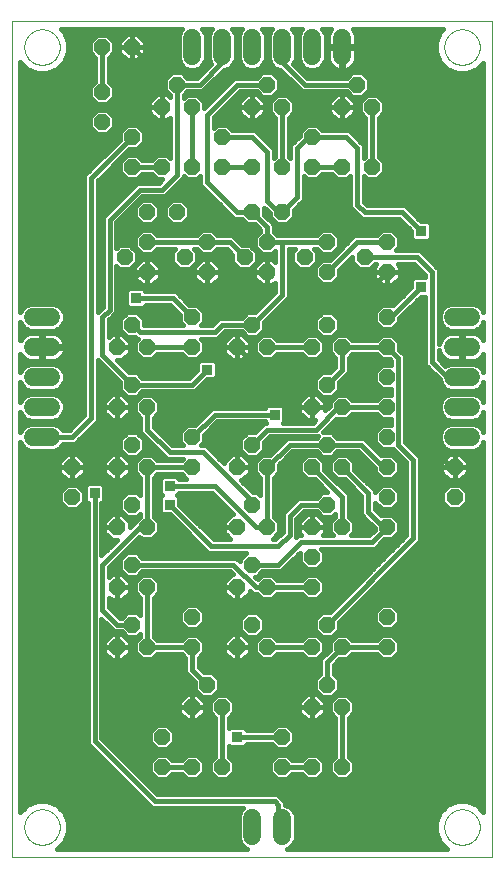
<source format=gbl>
G75*
%MOIN*%
%OFA0B0*%
%FSLAX25Y25*%
%IPPOS*%
%LPD*%
%AMOC8*
5,1,8,0,0,1.08239X$1,22.5*
%
%ADD10C,0.00000*%
%ADD11C,0.06000*%
%ADD12OC8,0.05200*%
%ADD13C,0.01600*%
%ADD14R,0.03562X0.03562*%
D10*
X0001000Y0001000D02*
X0001000Y0279711D01*
X0160951Y0279711D01*
X0160951Y0001000D01*
X0001000Y0001000D01*
X0005094Y0011000D02*
X0005096Y0011153D01*
X0005102Y0011307D01*
X0005112Y0011460D01*
X0005126Y0011612D01*
X0005144Y0011765D01*
X0005166Y0011916D01*
X0005191Y0012067D01*
X0005221Y0012218D01*
X0005255Y0012368D01*
X0005292Y0012516D01*
X0005333Y0012664D01*
X0005378Y0012810D01*
X0005427Y0012956D01*
X0005480Y0013100D01*
X0005536Y0013242D01*
X0005596Y0013383D01*
X0005660Y0013523D01*
X0005727Y0013661D01*
X0005798Y0013797D01*
X0005873Y0013931D01*
X0005950Y0014063D01*
X0006032Y0014193D01*
X0006116Y0014321D01*
X0006204Y0014447D01*
X0006295Y0014570D01*
X0006389Y0014691D01*
X0006487Y0014809D01*
X0006587Y0014925D01*
X0006691Y0015038D01*
X0006797Y0015149D01*
X0006906Y0015257D01*
X0007018Y0015362D01*
X0007132Y0015463D01*
X0007250Y0015562D01*
X0007369Y0015658D01*
X0007491Y0015751D01*
X0007616Y0015840D01*
X0007743Y0015927D01*
X0007872Y0016009D01*
X0008003Y0016089D01*
X0008136Y0016165D01*
X0008271Y0016238D01*
X0008408Y0016307D01*
X0008547Y0016372D01*
X0008687Y0016434D01*
X0008829Y0016492D01*
X0008972Y0016547D01*
X0009117Y0016598D01*
X0009263Y0016645D01*
X0009410Y0016688D01*
X0009558Y0016727D01*
X0009707Y0016763D01*
X0009857Y0016794D01*
X0010008Y0016822D01*
X0010159Y0016846D01*
X0010312Y0016866D01*
X0010464Y0016882D01*
X0010617Y0016894D01*
X0010770Y0016902D01*
X0010923Y0016906D01*
X0011077Y0016906D01*
X0011230Y0016902D01*
X0011383Y0016894D01*
X0011536Y0016882D01*
X0011688Y0016866D01*
X0011841Y0016846D01*
X0011992Y0016822D01*
X0012143Y0016794D01*
X0012293Y0016763D01*
X0012442Y0016727D01*
X0012590Y0016688D01*
X0012737Y0016645D01*
X0012883Y0016598D01*
X0013028Y0016547D01*
X0013171Y0016492D01*
X0013313Y0016434D01*
X0013453Y0016372D01*
X0013592Y0016307D01*
X0013729Y0016238D01*
X0013864Y0016165D01*
X0013997Y0016089D01*
X0014128Y0016009D01*
X0014257Y0015927D01*
X0014384Y0015840D01*
X0014509Y0015751D01*
X0014631Y0015658D01*
X0014750Y0015562D01*
X0014868Y0015463D01*
X0014982Y0015362D01*
X0015094Y0015257D01*
X0015203Y0015149D01*
X0015309Y0015038D01*
X0015413Y0014925D01*
X0015513Y0014809D01*
X0015611Y0014691D01*
X0015705Y0014570D01*
X0015796Y0014447D01*
X0015884Y0014321D01*
X0015968Y0014193D01*
X0016050Y0014063D01*
X0016127Y0013931D01*
X0016202Y0013797D01*
X0016273Y0013661D01*
X0016340Y0013523D01*
X0016404Y0013383D01*
X0016464Y0013242D01*
X0016520Y0013100D01*
X0016573Y0012956D01*
X0016622Y0012810D01*
X0016667Y0012664D01*
X0016708Y0012516D01*
X0016745Y0012368D01*
X0016779Y0012218D01*
X0016809Y0012067D01*
X0016834Y0011916D01*
X0016856Y0011765D01*
X0016874Y0011612D01*
X0016888Y0011460D01*
X0016898Y0011307D01*
X0016904Y0011153D01*
X0016906Y0011000D01*
X0016904Y0010847D01*
X0016898Y0010693D01*
X0016888Y0010540D01*
X0016874Y0010388D01*
X0016856Y0010235D01*
X0016834Y0010084D01*
X0016809Y0009933D01*
X0016779Y0009782D01*
X0016745Y0009632D01*
X0016708Y0009484D01*
X0016667Y0009336D01*
X0016622Y0009190D01*
X0016573Y0009044D01*
X0016520Y0008900D01*
X0016464Y0008758D01*
X0016404Y0008617D01*
X0016340Y0008477D01*
X0016273Y0008339D01*
X0016202Y0008203D01*
X0016127Y0008069D01*
X0016050Y0007937D01*
X0015968Y0007807D01*
X0015884Y0007679D01*
X0015796Y0007553D01*
X0015705Y0007430D01*
X0015611Y0007309D01*
X0015513Y0007191D01*
X0015413Y0007075D01*
X0015309Y0006962D01*
X0015203Y0006851D01*
X0015094Y0006743D01*
X0014982Y0006638D01*
X0014868Y0006537D01*
X0014750Y0006438D01*
X0014631Y0006342D01*
X0014509Y0006249D01*
X0014384Y0006160D01*
X0014257Y0006073D01*
X0014128Y0005991D01*
X0013997Y0005911D01*
X0013864Y0005835D01*
X0013729Y0005762D01*
X0013592Y0005693D01*
X0013453Y0005628D01*
X0013313Y0005566D01*
X0013171Y0005508D01*
X0013028Y0005453D01*
X0012883Y0005402D01*
X0012737Y0005355D01*
X0012590Y0005312D01*
X0012442Y0005273D01*
X0012293Y0005237D01*
X0012143Y0005206D01*
X0011992Y0005178D01*
X0011841Y0005154D01*
X0011688Y0005134D01*
X0011536Y0005118D01*
X0011383Y0005106D01*
X0011230Y0005098D01*
X0011077Y0005094D01*
X0010923Y0005094D01*
X0010770Y0005098D01*
X0010617Y0005106D01*
X0010464Y0005118D01*
X0010312Y0005134D01*
X0010159Y0005154D01*
X0010008Y0005178D01*
X0009857Y0005206D01*
X0009707Y0005237D01*
X0009558Y0005273D01*
X0009410Y0005312D01*
X0009263Y0005355D01*
X0009117Y0005402D01*
X0008972Y0005453D01*
X0008829Y0005508D01*
X0008687Y0005566D01*
X0008547Y0005628D01*
X0008408Y0005693D01*
X0008271Y0005762D01*
X0008136Y0005835D01*
X0008003Y0005911D01*
X0007872Y0005991D01*
X0007743Y0006073D01*
X0007616Y0006160D01*
X0007491Y0006249D01*
X0007369Y0006342D01*
X0007250Y0006438D01*
X0007132Y0006537D01*
X0007018Y0006638D01*
X0006906Y0006743D01*
X0006797Y0006851D01*
X0006691Y0006962D01*
X0006587Y0007075D01*
X0006487Y0007191D01*
X0006389Y0007309D01*
X0006295Y0007430D01*
X0006204Y0007553D01*
X0006116Y0007679D01*
X0006032Y0007807D01*
X0005950Y0007937D01*
X0005873Y0008069D01*
X0005798Y0008203D01*
X0005727Y0008339D01*
X0005660Y0008477D01*
X0005596Y0008617D01*
X0005536Y0008758D01*
X0005480Y0008900D01*
X0005427Y0009044D01*
X0005378Y0009190D01*
X0005333Y0009336D01*
X0005292Y0009484D01*
X0005255Y0009632D01*
X0005221Y0009782D01*
X0005191Y0009933D01*
X0005166Y0010084D01*
X0005144Y0010235D01*
X0005126Y0010388D01*
X0005112Y0010540D01*
X0005102Y0010693D01*
X0005096Y0010847D01*
X0005094Y0011000D01*
X0145094Y0011000D02*
X0145096Y0011153D01*
X0145102Y0011307D01*
X0145112Y0011460D01*
X0145126Y0011612D01*
X0145144Y0011765D01*
X0145166Y0011916D01*
X0145191Y0012067D01*
X0145221Y0012218D01*
X0145255Y0012368D01*
X0145292Y0012516D01*
X0145333Y0012664D01*
X0145378Y0012810D01*
X0145427Y0012956D01*
X0145480Y0013100D01*
X0145536Y0013242D01*
X0145596Y0013383D01*
X0145660Y0013523D01*
X0145727Y0013661D01*
X0145798Y0013797D01*
X0145873Y0013931D01*
X0145950Y0014063D01*
X0146032Y0014193D01*
X0146116Y0014321D01*
X0146204Y0014447D01*
X0146295Y0014570D01*
X0146389Y0014691D01*
X0146487Y0014809D01*
X0146587Y0014925D01*
X0146691Y0015038D01*
X0146797Y0015149D01*
X0146906Y0015257D01*
X0147018Y0015362D01*
X0147132Y0015463D01*
X0147250Y0015562D01*
X0147369Y0015658D01*
X0147491Y0015751D01*
X0147616Y0015840D01*
X0147743Y0015927D01*
X0147872Y0016009D01*
X0148003Y0016089D01*
X0148136Y0016165D01*
X0148271Y0016238D01*
X0148408Y0016307D01*
X0148547Y0016372D01*
X0148687Y0016434D01*
X0148829Y0016492D01*
X0148972Y0016547D01*
X0149117Y0016598D01*
X0149263Y0016645D01*
X0149410Y0016688D01*
X0149558Y0016727D01*
X0149707Y0016763D01*
X0149857Y0016794D01*
X0150008Y0016822D01*
X0150159Y0016846D01*
X0150312Y0016866D01*
X0150464Y0016882D01*
X0150617Y0016894D01*
X0150770Y0016902D01*
X0150923Y0016906D01*
X0151077Y0016906D01*
X0151230Y0016902D01*
X0151383Y0016894D01*
X0151536Y0016882D01*
X0151688Y0016866D01*
X0151841Y0016846D01*
X0151992Y0016822D01*
X0152143Y0016794D01*
X0152293Y0016763D01*
X0152442Y0016727D01*
X0152590Y0016688D01*
X0152737Y0016645D01*
X0152883Y0016598D01*
X0153028Y0016547D01*
X0153171Y0016492D01*
X0153313Y0016434D01*
X0153453Y0016372D01*
X0153592Y0016307D01*
X0153729Y0016238D01*
X0153864Y0016165D01*
X0153997Y0016089D01*
X0154128Y0016009D01*
X0154257Y0015927D01*
X0154384Y0015840D01*
X0154509Y0015751D01*
X0154631Y0015658D01*
X0154750Y0015562D01*
X0154868Y0015463D01*
X0154982Y0015362D01*
X0155094Y0015257D01*
X0155203Y0015149D01*
X0155309Y0015038D01*
X0155413Y0014925D01*
X0155513Y0014809D01*
X0155611Y0014691D01*
X0155705Y0014570D01*
X0155796Y0014447D01*
X0155884Y0014321D01*
X0155968Y0014193D01*
X0156050Y0014063D01*
X0156127Y0013931D01*
X0156202Y0013797D01*
X0156273Y0013661D01*
X0156340Y0013523D01*
X0156404Y0013383D01*
X0156464Y0013242D01*
X0156520Y0013100D01*
X0156573Y0012956D01*
X0156622Y0012810D01*
X0156667Y0012664D01*
X0156708Y0012516D01*
X0156745Y0012368D01*
X0156779Y0012218D01*
X0156809Y0012067D01*
X0156834Y0011916D01*
X0156856Y0011765D01*
X0156874Y0011612D01*
X0156888Y0011460D01*
X0156898Y0011307D01*
X0156904Y0011153D01*
X0156906Y0011000D01*
X0156904Y0010847D01*
X0156898Y0010693D01*
X0156888Y0010540D01*
X0156874Y0010388D01*
X0156856Y0010235D01*
X0156834Y0010084D01*
X0156809Y0009933D01*
X0156779Y0009782D01*
X0156745Y0009632D01*
X0156708Y0009484D01*
X0156667Y0009336D01*
X0156622Y0009190D01*
X0156573Y0009044D01*
X0156520Y0008900D01*
X0156464Y0008758D01*
X0156404Y0008617D01*
X0156340Y0008477D01*
X0156273Y0008339D01*
X0156202Y0008203D01*
X0156127Y0008069D01*
X0156050Y0007937D01*
X0155968Y0007807D01*
X0155884Y0007679D01*
X0155796Y0007553D01*
X0155705Y0007430D01*
X0155611Y0007309D01*
X0155513Y0007191D01*
X0155413Y0007075D01*
X0155309Y0006962D01*
X0155203Y0006851D01*
X0155094Y0006743D01*
X0154982Y0006638D01*
X0154868Y0006537D01*
X0154750Y0006438D01*
X0154631Y0006342D01*
X0154509Y0006249D01*
X0154384Y0006160D01*
X0154257Y0006073D01*
X0154128Y0005991D01*
X0153997Y0005911D01*
X0153864Y0005835D01*
X0153729Y0005762D01*
X0153592Y0005693D01*
X0153453Y0005628D01*
X0153313Y0005566D01*
X0153171Y0005508D01*
X0153028Y0005453D01*
X0152883Y0005402D01*
X0152737Y0005355D01*
X0152590Y0005312D01*
X0152442Y0005273D01*
X0152293Y0005237D01*
X0152143Y0005206D01*
X0151992Y0005178D01*
X0151841Y0005154D01*
X0151688Y0005134D01*
X0151536Y0005118D01*
X0151383Y0005106D01*
X0151230Y0005098D01*
X0151077Y0005094D01*
X0150923Y0005094D01*
X0150770Y0005098D01*
X0150617Y0005106D01*
X0150464Y0005118D01*
X0150312Y0005134D01*
X0150159Y0005154D01*
X0150008Y0005178D01*
X0149857Y0005206D01*
X0149707Y0005237D01*
X0149558Y0005273D01*
X0149410Y0005312D01*
X0149263Y0005355D01*
X0149117Y0005402D01*
X0148972Y0005453D01*
X0148829Y0005508D01*
X0148687Y0005566D01*
X0148547Y0005628D01*
X0148408Y0005693D01*
X0148271Y0005762D01*
X0148136Y0005835D01*
X0148003Y0005911D01*
X0147872Y0005991D01*
X0147743Y0006073D01*
X0147616Y0006160D01*
X0147491Y0006249D01*
X0147369Y0006342D01*
X0147250Y0006438D01*
X0147132Y0006537D01*
X0147018Y0006638D01*
X0146906Y0006743D01*
X0146797Y0006851D01*
X0146691Y0006962D01*
X0146587Y0007075D01*
X0146487Y0007191D01*
X0146389Y0007309D01*
X0146295Y0007430D01*
X0146204Y0007553D01*
X0146116Y0007679D01*
X0146032Y0007807D01*
X0145950Y0007937D01*
X0145873Y0008069D01*
X0145798Y0008203D01*
X0145727Y0008339D01*
X0145660Y0008477D01*
X0145596Y0008617D01*
X0145536Y0008758D01*
X0145480Y0008900D01*
X0145427Y0009044D01*
X0145378Y0009190D01*
X0145333Y0009336D01*
X0145292Y0009484D01*
X0145255Y0009632D01*
X0145221Y0009782D01*
X0145191Y0009933D01*
X0145166Y0010084D01*
X0145144Y0010235D01*
X0145126Y0010388D01*
X0145112Y0010540D01*
X0145102Y0010693D01*
X0145096Y0010847D01*
X0145094Y0011000D01*
X0145094Y0271000D02*
X0145096Y0271153D01*
X0145102Y0271307D01*
X0145112Y0271460D01*
X0145126Y0271612D01*
X0145144Y0271765D01*
X0145166Y0271916D01*
X0145191Y0272067D01*
X0145221Y0272218D01*
X0145255Y0272368D01*
X0145292Y0272516D01*
X0145333Y0272664D01*
X0145378Y0272810D01*
X0145427Y0272956D01*
X0145480Y0273100D01*
X0145536Y0273242D01*
X0145596Y0273383D01*
X0145660Y0273523D01*
X0145727Y0273661D01*
X0145798Y0273797D01*
X0145873Y0273931D01*
X0145950Y0274063D01*
X0146032Y0274193D01*
X0146116Y0274321D01*
X0146204Y0274447D01*
X0146295Y0274570D01*
X0146389Y0274691D01*
X0146487Y0274809D01*
X0146587Y0274925D01*
X0146691Y0275038D01*
X0146797Y0275149D01*
X0146906Y0275257D01*
X0147018Y0275362D01*
X0147132Y0275463D01*
X0147250Y0275562D01*
X0147369Y0275658D01*
X0147491Y0275751D01*
X0147616Y0275840D01*
X0147743Y0275927D01*
X0147872Y0276009D01*
X0148003Y0276089D01*
X0148136Y0276165D01*
X0148271Y0276238D01*
X0148408Y0276307D01*
X0148547Y0276372D01*
X0148687Y0276434D01*
X0148829Y0276492D01*
X0148972Y0276547D01*
X0149117Y0276598D01*
X0149263Y0276645D01*
X0149410Y0276688D01*
X0149558Y0276727D01*
X0149707Y0276763D01*
X0149857Y0276794D01*
X0150008Y0276822D01*
X0150159Y0276846D01*
X0150312Y0276866D01*
X0150464Y0276882D01*
X0150617Y0276894D01*
X0150770Y0276902D01*
X0150923Y0276906D01*
X0151077Y0276906D01*
X0151230Y0276902D01*
X0151383Y0276894D01*
X0151536Y0276882D01*
X0151688Y0276866D01*
X0151841Y0276846D01*
X0151992Y0276822D01*
X0152143Y0276794D01*
X0152293Y0276763D01*
X0152442Y0276727D01*
X0152590Y0276688D01*
X0152737Y0276645D01*
X0152883Y0276598D01*
X0153028Y0276547D01*
X0153171Y0276492D01*
X0153313Y0276434D01*
X0153453Y0276372D01*
X0153592Y0276307D01*
X0153729Y0276238D01*
X0153864Y0276165D01*
X0153997Y0276089D01*
X0154128Y0276009D01*
X0154257Y0275927D01*
X0154384Y0275840D01*
X0154509Y0275751D01*
X0154631Y0275658D01*
X0154750Y0275562D01*
X0154868Y0275463D01*
X0154982Y0275362D01*
X0155094Y0275257D01*
X0155203Y0275149D01*
X0155309Y0275038D01*
X0155413Y0274925D01*
X0155513Y0274809D01*
X0155611Y0274691D01*
X0155705Y0274570D01*
X0155796Y0274447D01*
X0155884Y0274321D01*
X0155968Y0274193D01*
X0156050Y0274063D01*
X0156127Y0273931D01*
X0156202Y0273797D01*
X0156273Y0273661D01*
X0156340Y0273523D01*
X0156404Y0273383D01*
X0156464Y0273242D01*
X0156520Y0273100D01*
X0156573Y0272956D01*
X0156622Y0272810D01*
X0156667Y0272664D01*
X0156708Y0272516D01*
X0156745Y0272368D01*
X0156779Y0272218D01*
X0156809Y0272067D01*
X0156834Y0271916D01*
X0156856Y0271765D01*
X0156874Y0271612D01*
X0156888Y0271460D01*
X0156898Y0271307D01*
X0156904Y0271153D01*
X0156906Y0271000D01*
X0156904Y0270847D01*
X0156898Y0270693D01*
X0156888Y0270540D01*
X0156874Y0270388D01*
X0156856Y0270235D01*
X0156834Y0270084D01*
X0156809Y0269933D01*
X0156779Y0269782D01*
X0156745Y0269632D01*
X0156708Y0269484D01*
X0156667Y0269336D01*
X0156622Y0269190D01*
X0156573Y0269044D01*
X0156520Y0268900D01*
X0156464Y0268758D01*
X0156404Y0268617D01*
X0156340Y0268477D01*
X0156273Y0268339D01*
X0156202Y0268203D01*
X0156127Y0268069D01*
X0156050Y0267937D01*
X0155968Y0267807D01*
X0155884Y0267679D01*
X0155796Y0267553D01*
X0155705Y0267430D01*
X0155611Y0267309D01*
X0155513Y0267191D01*
X0155413Y0267075D01*
X0155309Y0266962D01*
X0155203Y0266851D01*
X0155094Y0266743D01*
X0154982Y0266638D01*
X0154868Y0266537D01*
X0154750Y0266438D01*
X0154631Y0266342D01*
X0154509Y0266249D01*
X0154384Y0266160D01*
X0154257Y0266073D01*
X0154128Y0265991D01*
X0153997Y0265911D01*
X0153864Y0265835D01*
X0153729Y0265762D01*
X0153592Y0265693D01*
X0153453Y0265628D01*
X0153313Y0265566D01*
X0153171Y0265508D01*
X0153028Y0265453D01*
X0152883Y0265402D01*
X0152737Y0265355D01*
X0152590Y0265312D01*
X0152442Y0265273D01*
X0152293Y0265237D01*
X0152143Y0265206D01*
X0151992Y0265178D01*
X0151841Y0265154D01*
X0151688Y0265134D01*
X0151536Y0265118D01*
X0151383Y0265106D01*
X0151230Y0265098D01*
X0151077Y0265094D01*
X0150923Y0265094D01*
X0150770Y0265098D01*
X0150617Y0265106D01*
X0150464Y0265118D01*
X0150312Y0265134D01*
X0150159Y0265154D01*
X0150008Y0265178D01*
X0149857Y0265206D01*
X0149707Y0265237D01*
X0149558Y0265273D01*
X0149410Y0265312D01*
X0149263Y0265355D01*
X0149117Y0265402D01*
X0148972Y0265453D01*
X0148829Y0265508D01*
X0148687Y0265566D01*
X0148547Y0265628D01*
X0148408Y0265693D01*
X0148271Y0265762D01*
X0148136Y0265835D01*
X0148003Y0265911D01*
X0147872Y0265991D01*
X0147743Y0266073D01*
X0147616Y0266160D01*
X0147491Y0266249D01*
X0147369Y0266342D01*
X0147250Y0266438D01*
X0147132Y0266537D01*
X0147018Y0266638D01*
X0146906Y0266743D01*
X0146797Y0266851D01*
X0146691Y0266962D01*
X0146587Y0267075D01*
X0146487Y0267191D01*
X0146389Y0267309D01*
X0146295Y0267430D01*
X0146204Y0267553D01*
X0146116Y0267679D01*
X0146032Y0267807D01*
X0145950Y0267937D01*
X0145873Y0268069D01*
X0145798Y0268203D01*
X0145727Y0268339D01*
X0145660Y0268477D01*
X0145596Y0268617D01*
X0145536Y0268758D01*
X0145480Y0268900D01*
X0145427Y0269044D01*
X0145378Y0269190D01*
X0145333Y0269336D01*
X0145292Y0269484D01*
X0145255Y0269632D01*
X0145221Y0269782D01*
X0145191Y0269933D01*
X0145166Y0270084D01*
X0145144Y0270235D01*
X0145126Y0270388D01*
X0145112Y0270540D01*
X0145102Y0270693D01*
X0145096Y0270847D01*
X0145094Y0271000D01*
X0005094Y0271000D02*
X0005096Y0271153D01*
X0005102Y0271307D01*
X0005112Y0271460D01*
X0005126Y0271612D01*
X0005144Y0271765D01*
X0005166Y0271916D01*
X0005191Y0272067D01*
X0005221Y0272218D01*
X0005255Y0272368D01*
X0005292Y0272516D01*
X0005333Y0272664D01*
X0005378Y0272810D01*
X0005427Y0272956D01*
X0005480Y0273100D01*
X0005536Y0273242D01*
X0005596Y0273383D01*
X0005660Y0273523D01*
X0005727Y0273661D01*
X0005798Y0273797D01*
X0005873Y0273931D01*
X0005950Y0274063D01*
X0006032Y0274193D01*
X0006116Y0274321D01*
X0006204Y0274447D01*
X0006295Y0274570D01*
X0006389Y0274691D01*
X0006487Y0274809D01*
X0006587Y0274925D01*
X0006691Y0275038D01*
X0006797Y0275149D01*
X0006906Y0275257D01*
X0007018Y0275362D01*
X0007132Y0275463D01*
X0007250Y0275562D01*
X0007369Y0275658D01*
X0007491Y0275751D01*
X0007616Y0275840D01*
X0007743Y0275927D01*
X0007872Y0276009D01*
X0008003Y0276089D01*
X0008136Y0276165D01*
X0008271Y0276238D01*
X0008408Y0276307D01*
X0008547Y0276372D01*
X0008687Y0276434D01*
X0008829Y0276492D01*
X0008972Y0276547D01*
X0009117Y0276598D01*
X0009263Y0276645D01*
X0009410Y0276688D01*
X0009558Y0276727D01*
X0009707Y0276763D01*
X0009857Y0276794D01*
X0010008Y0276822D01*
X0010159Y0276846D01*
X0010312Y0276866D01*
X0010464Y0276882D01*
X0010617Y0276894D01*
X0010770Y0276902D01*
X0010923Y0276906D01*
X0011077Y0276906D01*
X0011230Y0276902D01*
X0011383Y0276894D01*
X0011536Y0276882D01*
X0011688Y0276866D01*
X0011841Y0276846D01*
X0011992Y0276822D01*
X0012143Y0276794D01*
X0012293Y0276763D01*
X0012442Y0276727D01*
X0012590Y0276688D01*
X0012737Y0276645D01*
X0012883Y0276598D01*
X0013028Y0276547D01*
X0013171Y0276492D01*
X0013313Y0276434D01*
X0013453Y0276372D01*
X0013592Y0276307D01*
X0013729Y0276238D01*
X0013864Y0276165D01*
X0013997Y0276089D01*
X0014128Y0276009D01*
X0014257Y0275927D01*
X0014384Y0275840D01*
X0014509Y0275751D01*
X0014631Y0275658D01*
X0014750Y0275562D01*
X0014868Y0275463D01*
X0014982Y0275362D01*
X0015094Y0275257D01*
X0015203Y0275149D01*
X0015309Y0275038D01*
X0015413Y0274925D01*
X0015513Y0274809D01*
X0015611Y0274691D01*
X0015705Y0274570D01*
X0015796Y0274447D01*
X0015884Y0274321D01*
X0015968Y0274193D01*
X0016050Y0274063D01*
X0016127Y0273931D01*
X0016202Y0273797D01*
X0016273Y0273661D01*
X0016340Y0273523D01*
X0016404Y0273383D01*
X0016464Y0273242D01*
X0016520Y0273100D01*
X0016573Y0272956D01*
X0016622Y0272810D01*
X0016667Y0272664D01*
X0016708Y0272516D01*
X0016745Y0272368D01*
X0016779Y0272218D01*
X0016809Y0272067D01*
X0016834Y0271916D01*
X0016856Y0271765D01*
X0016874Y0271612D01*
X0016888Y0271460D01*
X0016898Y0271307D01*
X0016904Y0271153D01*
X0016906Y0271000D01*
X0016904Y0270847D01*
X0016898Y0270693D01*
X0016888Y0270540D01*
X0016874Y0270388D01*
X0016856Y0270235D01*
X0016834Y0270084D01*
X0016809Y0269933D01*
X0016779Y0269782D01*
X0016745Y0269632D01*
X0016708Y0269484D01*
X0016667Y0269336D01*
X0016622Y0269190D01*
X0016573Y0269044D01*
X0016520Y0268900D01*
X0016464Y0268758D01*
X0016404Y0268617D01*
X0016340Y0268477D01*
X0016273Y0268339D01*
X0016202Y0268203D01*
X0016127Y0268069D01*
X0016050Y0267937D01*
X0015968Y0267807D01*
X0015884Y0267679D01*
X0015796Y0267553D01*
X0015705Y0267430D01*
X0015611Y0267309D01*
X0015513Y0267191D01*
X0015413Y0267075D01*
X0015309Y0266962D01*
X0015203Y0266851D01*
X0015094Y0266743D01*
X0014982Y0266638D01*
X0014868Y0266537D01*
X0014750Y0266438D01*
X0014631Y0266342D01*
X0014509Y0266249D01*
X0014384Y0266160D01*
X0014257Y0266073D01*
X0014128Y0265991D01*
X0013997Y0265911D01*
X0013864Y0265835D01*
X0013729Y0265762D01*
X0013592Y0265693D01*
X0013453Y0265628D01*
X0013313Y0265566D01*
X0013171Y0265508D01*
X0013028Y0265453D01*
X0012883Y0265402D01*
X0012737Y0265355D01*
X0012590Y0265312D01*
X0012442Y0265273D01*
X0012293Y0265237D01*
X0012143Y0265206D01*
X0011992Y0265178D01*
X0011841Y0265154D01*
X0011688Y0265134D01*
X0011536Y0265118D01*
X0011383Y0265106D01*
X0011230Y0265098D01*
X0011077Y0265094D01*
X0010923Y0265094D01*
X0010770Y0265098D01*
X0010617Y0265106D01*
X0010464Y0265118D01*
X0010312Y0265134D01*
X0010159Y0265154D01*
X0010008Y0265178D01*
X0009857Y0265206D01*
X0009707Y0265237D01*
X0009558Y0265273D01*
X0009410Y0265312D01*
X0009263Y0265355D01*
X0009117Y0265402D01*
X0008972Y0265453D01*
X0008829Y0265508D01*
X0008687Y0265566D01*
X0008547Y0265628D01*
X0008408Y0265693D01*
X0008271Y0265762D01*
X0008136Y0265835D01*
X0008003Y0265911D01*
X0007872Y0265991D01*
X0007743Y0266073D01*
X0007616Y0266160D01*
X0007491Y0266249D01*
X0007369Y0266342D01*
X0007250Y0266438D01*
X0007132Y0266537D01*
X0007018Y0266638D01*
X0006906Y0266743D01*
X0006797Y0266851D01*
X0006691Y0266962D01*
X0006587Y0267075D01*
X0006487Y0267191D01*
X0006389Y0267309D01*
X0006295Y0267430D01*
X0006204Y0267553D01*
X0006116Y0267679D01*
X0006032Y0267807D01*
X0005950Y0267937D01*
X0005873Y0268069D01*
X0005798Y0268203D01*
X0005727Y0268339D01*
X0005660Y0268477D01*
X0005596Y0268617D01*
X0005536Y0268758D01*
X0005480Y0268900D01*
X0005427Y0269044D01*
X0005378Y0269190D01*
X0005333Y0269336D01*
X0005292Y0269484D01*
X0005255Y0269632D01*
X0005221Y0269782D01*
X0005191Y0269933D01*
X0005166Y0270084D01*
X0005144Y0270235D01*
X0005126Y0270388D01*
X0005112Y0270540D01*
X0005102Y0270693D01*
X0005096Y0270847D01*
X0005094Y0271000D01*
D11*
X0008000Y0181000D02*
X0014000Y0181000D01*
X0014000Y0171000D02*
X0008000Y0171000D01*
X0008000Y0161000D02*
X0014000Y0161000D01*
X0014000Y0151000D02*
X0008000Y0151000D01*
X0008000Y0141000D02*
X0014000Y0141000D01*
X0061000Y0268000D02*
X0061000Y0274000D01*
X0071000Y0274000D02*
X0071000Y0268000D01*
X0081000Y0268000D02*
X0081000Y0274000D01*
X0091000Y0274000D02*
X0091000Y0268000D01*
X0101000Y0268000D02*
X0101000Y0274000D01*
X0111000Y0274000D02*
X0111000Y0268000D01*
X0148000Y0181000D02*
X0154000Y0181000D01*
X0154000Y0171000D02*
X0148000Y0171000D01*
X0148000Y0161000D02*
X0154000Y0161000D01*
X0154000Y0151000D02*
X0148000Y0151000D01*
X0148000Y0141000D02*
X0154000Y0141000D01*
X0091000Y0014000D02*
X0091000Y0008000D01*
X0081000Y0008000D02*
X0081000Y0014000D01*
D12*
X0071000Y0031000D03*
X0061000Y0031000D03*
X0051000Y0031000D03*
X0051000Y0041000D03*
X0061000Y0051000D03*
X0066000Y0058500D03*
X0071000Y0051000D03*
X0076000Y0071000D03*
X0081000Y0078500D03*
X0086000Y0071000D03*
X0086000Y0091000D03*
X0081000Y0098500D03*
X0076000Y0091000D03*
X0076000Y0111000D03*
X0081000Y0118500D03*
X0086000Y0111000D03*
X0086000Y0131000D03*
X0081000Y0138500D03*
X0076000Y0131000D03*
X0061000Y0131000D03*
X0061000Y0141000D03*
X0046000Y0131000D03*
X0041000Y0138500D03*
X0036000Y0131000D03*
X0041000Y0118500D03*
X0036000Y0111000D03*
X0041000Y0098500D03*
X0036000Y0091000D03*
X0041000Y0078500D03*
X0036000Y0071000D03*
X0046000Y0071000D03*
X0046000Y0091000D03*
X0046000Y0111000D03*
X0061000Y0081000D03*
X0061000Y0071000D03*
X0091000Y0041000D03*
X0091000Y0031000D03*
X0101000Y0031000D03*
X0111000Y0031000D03*
X0111000Y0051000D03*
X0106000Y0058500D03*
X0101000Y0051000D03*
X0101000Y0071000D03*
X0106000Y0078500D03*
X0111000Y0071000D03*
X0101000Y0091000D03*
X0101000Y0101000D03*
X0101000Y0111000D03*
X0106000Y0118500D03*
X0111000Y0111000D03*
X0111000Y0131000D03*
X0106000Y0138500D03*
X0101000Y0131000D03*
X0101000Y0151000D03*
X0106000Y0158500D03*
X0111000Y0151000D03*
X0111000Y0171000D03*
X0106000Y0178500D03*
X0101000Y0171000D03*
X0086000Y0171000D03*
X0081000Y0178500D03*
X0076000Y0171000D03*
X0061000Y0171000D03*
X0061000Y0181000D03*
X0066000Y0196000D03*
X0058500Y0201000D03*
X0066000Y0206000D03*
X0056000Y0216000D03*
X0046000Y0216000D03*
X0046000Y0206000D03*
X0038500Y0201000D03*
X0046000Y0196000D03*
X0041000Y0178500D03*
X0036000Y0171000D03*
X0041000Y0158500D03*
X0036000Y0151000D03*
X0046000Y0151000D03*
X0046000Y0171000D03*
X0021000Y0131000D03*
X0021000Y0121000D03*
X0078500Y0201000D03*
X0086000Y0196000D03*
X0086000Y0206000D03*
X0081000Y0216000D03*
X0091000Y0216000D03*
X0098500Y0201000D03*
X0106000Y0196000D03*
X0106000Y0206000D03*
X0118500Y0201000D03*
X0126000Y0196000D03*
X0126000Y0206000D03*
X0126000Y0181000D03*
X0126000Y0171000D03*
X0126000Y0161000D03*
X0126000Y0151000D03*
X0126000Y0141000D03*
X0126000Y0131000D03*
X0126000Y0121000D03*
X0126000Y0111000D03*
X0126000Y0081000D03*
X0126000Y0071000D03*
X0148500Y0121000D03*
X0148500Y0131000D03*
X0121000Y0231000D03*
X0111000Y0231000D03*
X0101000Y0231000D03*
X0101000Y0241000D03*
X0091000Y0231000D03*
X0081000Y0231000D03*
X0071000Y0231000D03*
X0071000Y0241000D03*
X0061000Y0231000D03*
X0051000Y0231000D03*
X0041000Y0231000D03*
X0041000Y0241000D03*
X0031000Y0246000D03*
X0031000Y0256000D03*
X0031000Y0271000D03*
X0041000Y0271000D03*
X0051000Y0251000D03*
X0056000Y0258500D03*
X0061000Y0251000D03*
X0081000Y0251000D03*
X0086000Y0258500D03*
X0091000Y0251000D03*
X0111000Y0251000D03*
X0116000Y0258500D03*
X0121000Y0251000D03*
D13*
X0121000Y0231000D01*
X0123954Y0228156D02*
X0158151Y0228156D01*
X0158151Y0229754D02*
X0125100Y0229754D01*
X0125100Y0229302D02*
X0125100Y0232698D01*
X0123300Y0234498D01*
X0123300Y0247502D01*
X0125100Y0249302D01*
X0125100Y0252698D01*
X0122698Y0255100D01*
X0119302Y0255100D01*
X0116900Y0252698D01*
X0116900Y0249302D01*
X0118700Y0247502D01*
X0118700Y0234498D01*
X0118300Y0234098D01*
X0118300Y0238203D01*
X0116953Y0239550D01*
X0113203Y0243300D01*
X0104498Y0243300D01*
X0102698Y0245100D01*
X0099302Y0245100D01*
X0096900Y0242698D01*
X0096900Y0241403D01*
X0095047Y0239550D01*
X0093700Y0238203D01*
X0093700Y0234098D01*
X0093300Y0234498D01*
X0093300Y0247502D01*
X0095100Y0249302D01*
X0095100Y0252698D01*
X0092698Y0255100D01*
X0089302Y0255100D01*
X0086900Y0252698D01*
X0086900Y0249302D01*
X0088700Y0247502D01*
X0088700Y0234498D01*
X0088300Y0234098D01*
X0088300Y0236953D01*
X0083300Y0241953D01*
X0081953Y0243300D01*
X0074498Y0243300D01*
X0072698Y0245100D01*
X0069302Y0245100D01*
X0068300Y0244098D01*
X0068300Y0247547D01*
X0076953Y0256200D01*
X0082502Y0256200D01*
X0084302Y0254400D01*
X0087698Y0254400D01*
X0090100Y0256802D01*
X0090100Y0260198D01*
X0087698Y0262600D01*
X0084302Y0262600D01*
X0082502Y0260800D01*
X0075047Y0260800D01*
X0065100Y0250853D01*
X0065100Y0252698D01*
X0062698Y0255100D01*
X0059302Y0255100D01*
X0058300Y0254098D01*
X0058300Y0255002D01*
X0059498Y0256200D01*
X0064453Y0256200D01*
X0065800Y0257547D01*
X0071753Y0263500D01*
X0071895Y0263500D01*
X0073549Y0264185D01*
X0074815Y0265451D01*
X0075500Y0267105D01*
X0075500Y0274895D01*
X0074815Y0276549D01*
X0074453Y0276911D01*
X0077547Y0276911D01*
X0077185Y0276549D01*
X0076500Y0274895D01*
X0076500Y0267105D01*
X0077185Y0265451D01*
X0078451Y0264185D01*
X0080105Y0263500D01*
X0081895Y0263500D01*
X0083549Y0264185D01*
X0084815Y0265451D01*
X0085500Y0267105D01*
X0085500Y0274895D01*
X0084815Y0276549D01*
X0084453Y0276911D01*
X0087547Y0276911D01*
X0087185Y0276549D01*
X0086500Y0274895D01*
X0086500Y0267105D01*
X0087185Y0265451D01*
X0088451Y0264185D01*
X0090105Y0263500D01*
X0090247Y0263500D01*
X0096200Y0257547D01*
X0097547Y0256200D01*
X0112502Y0256200D01*
X0114302Y0254400D01*
X0117698Y0254400D01*
X0120100Y0256802D01*
X0120100Y0260198D01*
X0117698Y0262600D01*
X0114302Y0262600D01*
X0112502Y0260800D01*
X0099453Y0260800D01*
X0094808Y0265444D01*
X0094815Y0265451D01*
X0095500Y0267105D01*
X0095500Y0274895D01*
X0094815Y0276549D01*
X0094453Y0276911D01*
X0097547Y0276911D01*
X0097185Y0276549D01*
X0096500Y0274895D01*
X0096500Y0267105D01*
X0097185Y0265451D01*
X0098451Y0264185D01*
X0100105Y0263500D01*
X0101895Y0263500D01*
X0103549Y0264185D01*
X0104815Y0265451D01*
X0105500Y0267105D01*
X0105500Y0274895D01*
X0104815Y0276549D01*
X0104453Y0276911D01*
X0107182Y0276911D01*
X0106895Y0276516D01*
X0106552Y0275843D01*
X0106318Y0275124D01*
X0106200Y0274378D01*
X0106200Y0271200D01*
X0110800Y0271200D01*
X0110800Y0270800D01*
X0111200Y0270800D01*
X0111200Y0271200D01*
X0115800Y0271200D01*
X0115800Y0274378D01*
X0115682Y0275124D01*
X0115448Y0275843D01*
X0115105Y0276516D01*
X0114818Y0276911D01*
X0144599Y0276911D01*
X0143620Y0275931D01*
X0142294Y0272732D01*
X0142294Y0269268D01*
X0143620Y0266069D01*
X0146069Y0263620D01*
X0149268Y0262294D01*
X0152732Y0262294D01*
X0155931Y0263620D01*
X0158151Y0265839D01*
X0158151Y0182738D01*
X0157815Y0183549D01*
X0156549Y0184815D01*
X0154895Y0185500D01*
X0147105Y0185500D01*
X0145451Y0184815D01*
X0144185Y0183549D01*
X0143500Y0181895D01*
X0143500Y0180105D01*
X0144185Y0178451D01*
X0145451Y0177185D01*
X0147105Y0176500D01*
X0154895Y0176500D01*
X0156549Y0177185D01*
X0157815Y0178451D01*
X0158151Y0179262D01*
X0158151Y0173426D01*
X0158105Y0173516D01*
X0157661Y0174127D01*
X0157127Y0174661D01*
X0156516Y0175105D01*
X0155843Y0175448D01*
X0155124Y0175682D01*
X0154378Y0175800D01*
X0151200Y0175800D01*
X0151200Y0171200D01*
X0150800Y0171200D01*
X0150800Y0175800D01*
X0147622Y0175800D01*
X0146876Y0175682D01*
X0146157Y0175448D01*
X0145484Y0175105D01*
X0144873Y0174661D01*
X0144339Y0174127D01*
X0143895Y0173516D01*
X0143552Y0172843D01*
X0143318Y0172124D01*
X0143300Y0172009D01*
X0143300Y0196953D01*
X0138300Y0201953D01*
X0136953Y0203300D01*
X0129098Y0203300D01*
X0130100Y0204302D01*
X0130100Y0207698D01*
X0127698Y0210100D01*
X0124302Y0210100D01*
X0122502Y0208300D01*
X0115047Y0208300D01*
X0113700Y0206953D01*
X0106847Y0200100D01*
X0104302Y0200100D01*
X0101900Y0197698D01*
X0101900Y0194302D01*
X0104302Y0191900D01*
X0107698Y0191900D01*
X0110100Y0194302D01*
X0110100Y0196847D01*
X0114400Y0201147D01*
X0114400Y0199302D01*
X0116802Y0196900D01*
X0120198Y0196900D01*
X0121998Y0198700D01*
X0122477Y0198700D01*
X0121600Y0197823D01*
X0121600Y0196000D01*
X0126000Y0196000D01*
X0118500Y0188500D01*
X0113500Y0188500D01*
X0113500Y0184750D01*
X0122250Y0176000D01*
X0129750Y0176000D01*
X0136000Y0169750D01*
X0136000Y0166000D01*
X0138500Y0163500D01*
X0138500Y0139750D01*
X0147250Y0131000D01*
X0148500Y0131000D01*
X0148500Y0131000D01*
X0148500Y0135400D01*
X0150323Y0135400D01*
X0152900Y0132823D01*
X0152900Y0131000D01*
X0148500Y0131000D01*
X0148500Y0131000D01*
X0148500Y0131000D01*
X0144100Y0131000D01*
X0144100Y0132823D01*
X0146677Y0135400D01*
X0148500Y0135400D01*
X0148500Y0131000D01*
X0152900Y0131000D01*
X0152900Y0129177D01*
X0150323Y0126600D01*
X0148500Y0126600D01*
X0148500Y0131000D01*
X0148500Y0131000D01*
X0144100Y0131000D01*
X0144100Y0129177D01*
X0146677Y0126600D01*
X0148500Y0126600D01*
X0148500Y0131000D01*
X0148500Y0130647D02*
X0148500Y0130647D01*
X0148500Y0132245D02*
X0148500Y0132245D01*
X0148500Y0133844D02*
X0148500Y0133844D01*
X0147105Y0136500D02*
X0154895Y0136500D01*
X0156549Y0137185D01*
X0157815Y0138451D01*
X0158151Y0139262D01*
X0158151Y0016161D01*
X0155931Y0018380D01*
X0152732Y0019705D01*
X0149268Y0019705D01*
X0146069Y0018380D01*
X0143620Y0015931D01*
X0142294Y0012732D01*
X0142294Y0009268D01*
X0143620Y0006069D01*
X0145889Y0003800D01*
X0092619Y0003800D01*
X0093549Y0004185D01*
X0094815Y0005451D01*
X0095500Y0007105D01*
X0095500Y0014895D01*
X0094815Y0016549D01*
X0093549Y0017815D01*
X0092050Y0018436D01*
X0092050Y0019453D01*
X0090703Y0020800D01*
X0089453Y0022050D01*
X0049453Y0022050D01*
X0030800Y0040703D01*
X0030800Y0080447D01*
X0033700Y0077547D01*
X0035047Y0076200D01*
X0037502Y0076200D01*
X0039302Y0074400D01*
X0042698Y0074400D01*
X0043700Y0075402D01*
X0043700Y0074498D01*
X0041900Y0072698D01*
X0041900Y0069302D01*
X0044302Y0066900D01*
X0047698Y0066900D01*
X0049498Y0068700D01*
X0057502Y0068700D01*
X0058700Y0067502D01*
X0058700Y0062547D01*
X0061900Y0059347D01*
X0061900Y0056802D01*
X0064302Y0054400D01*
X0067698Y0054400D01*
X0070100Y0056802D01*
X0070100Y0060198D01*
X0067698Y0062600D01*
X0065153Y0062600D01*
X0063300Y0064453D01*
X0063300Y0067502D01*
X0065100Y0069302D01*
X0065100Y0072698D01*
X0062698Y0075100D01*
X0059302Y0075100D01*
X0057502Y0073300D01*
X0049498Y0073300D01*
X0048300Y0074498D01*
X0048300Y0087502D01*
X0050100Y0089302D01*
X0050100Y0092698D01*
X0047698Y0095100D01*
X0044302Y0095100D01*
X0041900Y0092698D01*
X0041900Y0089302D01*
X0043700Y0087502D01*
X0043700Y0081598D01*
X0042698Y0082600D01*
X0039302Y0082600D01*
X0037502Y0080800D01*
X0036953Y0080800D01*
X0033300Y0084453D01*
X0033300Y0087477D01*
X0034177Y0086600D01*
X0036000Y0086600D01*
X0037823Y0086600D01*
X0040400Y0089177D01*
X0040400Y0091000D01*
X0040400Y0092823D01*
X0037823Y0095400D01*
X0036000Y0095400D01*
X0036000Y0091000D01*
X0036000Y0091000D01*
X0040400Y0091000D01*
X0036000Y0091000D01*
X0036000Y0091000D01*
X0036000Y0095400D01*
X0034177Y0095400D01*
X0033300Y0094523D01*
X0033300Y0097547D01*
X0043477Y0107725D01*
X0044302Y0106900D01*
X0047698Y0106900D01*
X0050100Y0109302D01*
X0050100Y0112698D01*
X0048300Y0114498D01*
X0048300Y0127502D01*
X0049498Y0128700D01*
X0057502Y0128700D01*
X0059152Y0127050D01*
X0056781Y0127050D01*
X0056781Y0127152D01*
X0055902Y0128031D01*
X0051098Y0128031D01*
X0050219Y0127152D01*
X0050219Y0122348D01*
X0050941Y0121625D01*
X0050219Y0120902D01*
X0050219Y0116098D01*
X0051098Y0115219D01*
X0053528Y0115219D01*
X0066297Y0102450D01*
X0079152Y0102450D01*
X0076900Y0100198D01*
X0076900Y0099603D01*
X0075703Y0100800D01*
X0044498Y0100800D01*
X0042698Y0102600D01*
X0039302Y0102600D01*
X0036900Y0100198D01*
X0036900Y0096802D01*
X0039302Y0094400D01*
X0042698Y0094400D01*
X0044498Y0096200D01*
X0073797Y0096200D01*
X0074597Y0095400D01*
X0074177Y0095400D01*
X0071600Y0092823D01*
X0071600Y0091000D01*
X0076000Y0091000D01*
X0076000Y0086600D01*
X0077823Y0086600D01*
X0080400Y0089177D01*
X0080400Y0089597D01*
X0081297Y0088700D01*
X0082502Y0088700D01*
X0084302Y0086900D01*
X0087698Y0086900D01*
X0089498Y0088700D01*
X0097502Y0088700D01*
X0099302Y0086900D01*
X0102698Y0086900D01*
X0105100Y0089302D01*
X0105100Y0092698D01*
X0102698Y0095100D01*
X0099302Y0095100D01*
X0097502Y0093300D01*
X0089498Y0093300D01*
X0087698Y0095100D01*
X0084302Y0095100D01*
X0082852Y0093650D01*
X0082103Y0094400D01*
X0082698Y0094400D01*
X0084498Y0096200D01*
X0090703Y0096200D01*
X0092050Y0097547D01*
X0092050Y0097547D01*
X0096900Y0102397D01*
X0096900Y0099302D01*
X0099302Y0096900D01*
X0102698Y0096900D01*
X0105100Y0099302D01*
X0105100Y0102698D01*
X0104098Y0103700D01*
X0121953Y0103700D01*
X0125153Y0106900D01*
X0127698Y0106900D01*
X0130100Y0109302D01*
X0130100Y0112698D01*
X0127698Y0115100D01*
X0124302Y0115100D01*
X0124102Y0114900D01*
X0122050Y0116953D01*
X0122050Y0119152D01*
X0124302Y0116900D01*
X0127698Y0116900D01*
X0130100Y0119302D01*
X0130100Y0122698D01*
X0127698Y0125100D01*
X0124302Y0125100D01*
X0122050Y0122848D01*
X0122050Y0123203D01*
X0115100Y0130153D01*
X0115100Y0132698D01*
X0112698Y0135100D01*
X0109302Y0135100D01*
X0106900Y0132698D01*
X0106900Y0129302D01*
X0109302Y0126900D01*
X0111847Y0126900D01*
X0117450Y0121297D01*
X0117450Y0115047D01*
X0118797Y0113700D01*
X0121900Y0110597D01*
X0121900Y0110153D01*
X0120047Y0108300D01*
X0114098Y0108300D01*
X0115100Y0109302D01*
X0115100Y0112698D01*
X0113300Y0114498D01*
X0113300Y0121953D01*
X0105100Y0130153D01*
X0105100Y0132698D01*
X0102698Y0135100D01*
X0099302Y0135100D01*
X0096900Y0132698D01*
X0096900Y0129302D01*
X0099302Y0126900D01*
X0101847Y0126900D01*
X0106147Y0122600D01*
X0104302Y0122600D01*
X0102502Y0120800D01*
X0096297Y0120800D01*
X0092547Y0117050D01*
X0091200Y0115703D01*
X0091200Y0109453D01*
X0088797Y0107050D01*
X0087848Y0107050D01*
X0090100Y0109302D01*
X0090100Y0112698D01*
X0088300Y0114498D01*
X0088300Y0127502D01*
X0090100Y0129302D01*
X0090100Y0131847D01*
X0094453Y0136200D01*
X0102502Y0136200D01*
X0104302Y0134400D01*
X0107698Y0134400D01*
X0109498Y0136200D01*
X0116297Y0136200D01*
X0121900Y0130597D01*
X0121900Y0129302D01*
X0124302Y0126900D01*
X0127698Y0126900D01*
X0130100Y0129302D01*
X0130100Y0132698D01*
X0127698Y0135100D01*
X0124302Y0135100D01*
X0124102Y0134900D01*
X0119550Y0139453D01*
X0118203Y0140800D01*
X0109498Y0140800D01*
X0107698Y0142600D01*
X0104603Y0142600D01*
X0109102Y0147100D01*
X0109302Y0146900D01*
X0112698Y0146900D01*
X0114498Y0148700D01*
X0122502Y0148700D01*
X0124302Y0146900D01*
X0127450Y0146900D01*
X0127450Y0145100D01*
X0124302Y0145100D01*
X0121900Y0142698D01*
X0121900Y0139302D01*
X0124302Y0136900D01*
X0127698Y0136900D01*
X0127898Y0137100D01*
X0128797Y0136200D01*
X0132450Y0132547D01*
X0132450Y0108203D01*
X0106847Y0082600D01*
X0104302Y0082600D01*
X0101900Y0080198D01*
X0101900Y0076802D01*
X0104302Y0074400D01*
X0107698Y0074400D01*
X0110100Y0076802D01*
X0110100Y0079347D01*
X0135703Y0104950D01*
X0137050Y0106297D01*
X0137050Y0134453D01*
X0132050Y0139453D01*
X0132050Y0168203D01*
X0130100Y0170153D01*
X0130100Y0172698D01*
X0127698Y0175100D01*
X0124302Y0175100D01*
X0122502Y0173300D01*
X0114498Y0173300D01*
X0112698Y0175100D01*
X0109302Y0175100D01*
X0106900Y0172698D01*
X0106900Y0169302D01*
X0108700Y0167502D01*
X0108700Y0164453D01*
X0106847Y0162600D01*
X0104302Y0162600D01*
X0101900Y0160198D01*
X0101900Y0156802D01*
X0104302Y0154400D01*
X0107698Y0154400D01*
X0110100Y0156802D01*
X0110100Y0159347D01*
X0113300Y0162547D01*
X0113300Y0167502D01*
X0114498Y0168700D01*
X0122502Y0168700D01*
X0124302Y0166900D01*
X0126847Y0166900D01*
X0127450Y0166297D01*
X0127450Y0165100D01*
X0124302Y0165100D01*
X0121900Y0162698D01*
X0121900Y0159302D01*
X0124302Y0156900D01*
X0127450Y0156900D01*
X0127450Y0155100D01*
X0124302Y0155100D01*
X0122502Y0153300D01*
X0114498Y0153300D01*
X0112698Y0155100D01*
X0109302Y0155100D01*
X0106900Y0152698D01*
X0106900Y0151403D01*
X0105400Y0149903D01*
X0105400Y0151000D01*
X0105400Y0152823D01*
X0102823Y0155400D01*
X0101000Y0155400D01*
X0101000Y0151000D01*
X0096000Y0151000D01*
X0076000Y0171000D01*
X0079750Y0171000D01*
X0097250Y0188500D01*
X0113500Y0188500D01*
X0107698Y0182600D02*
X0110100Y0180198D01*
X0110100Y0176802D01*
X0107698Y0174400D01*
X0104302Y0174400D01*
X0101900Y0176802D01*
X0101900Y0180198D01*
X0104302Y0182600D01*
X0107698Y0182600D01*
X0108499Y0181799D02*
X0121900Y0181799D01*
X0121900Y0182698D02*
X0121900Y0179302D01*
X0124302Y0176900D01*
X0127698Y0176900D01*
X0130100Y0179302D01*
X0130100Y0180597D01*
X0137222Y0187719D01*
X0138700Y0187719D01*
X0138700Y0165047D01*
X0140047Y0163700D01*
X0143500Y0160247D01*
X0143500Y0160105D01*
X0144185Y0158451D01*
X0145451Y0157185D01*
X0147105Y0156500D01*
X0154895Y0156500D01*
X0156549Y0157185D01*
X0157815Y0158451D01*
X0158151Y0159262D01*
X0158151Y0152738D01*
X0157815Y0153549D01*
X0156549Y0154815D01*
X0154895Y0155500D01*
X0147105Y0155500D01*
X0145451Y0154815D01*
X0144185Y0153549D01*
X0143500Y0151895D01*
X0143500Y0150105D01*
X0144185Y0148451D01*
X0145451Y0147185D01*
X0147105Y0146500D01*
X0154895Y0146500D01*
X0156549Y0147185D01*
X0157815Y0148451D01*
X0158151Y0149262D01*
X0158151Y0142738D01*
X0157815Y0143549D01*
X0156549Y0144815D01*
X0154895Y0145500D01*
X0147105Y0145500D01*
X0145451Y0144815D01*
X0144185Y0143549D01*
X0143500Y0141895D01*
X0143500Y0140105D01*
X0144185Y0138451D01*
X0145451Y0137185D01*
X0147105Y0136500D01*
X0145799Y0137041D02*
X0134462Y0137041D01*
X0132863Y0138639D02*
X0144107Y0138639D01*
X0143500Y0140238D02*
X0132050Y0140238D01*
X0132050Y0141836D02*
X0143500Y0141836D01*
X0144138Y0143435D02*
X0132050Y0143435D01*
X0132050Y0145033D02*
X0145978Y0145033D01*
X0146787Y0146632D02*
X0132050Y0146632D01*
X0132050Y0148230D02*
X0144406Y0148230D01*
X0143614Y0149829D02*
X0132050Y0149829D01*
X0132050Y0151427D02*
X0143500Y0151427D01*
X0143968Y0153026D02*
X0132050Y0153026D01*
X0132050Y0154624D02*
X0145260Y0154624D01*
X0144815Y0157821D02*
X0132050Y0157821D01*
X0132050Y0156223D02*
X0158151Y0156223D01*
X0158151Y0157821D02*
X0157185Y0157821D01*
X0158151Y0162738D02*
X0157815Y0163549D01*
X0156549Y0164815D01*
X0154895Y0165500D01*
X0147105Y0165500D01*
X0145451Y0164815D01*
X0145444Y0164808D01*
X0143300Y0166953D01*
X0143300Y0169991D01*
X0143318Y0169876D01*
X0143552Y0169157D01*
X0143895Y0168484D01*
X0144339Y0167873D01*
X0144873Y0167339D01*
X0145484Y0166895D01*
X0146157Y0166552D01*
X0146876Y0166318D01*
X0147622Y0166200D01*
X0150800Y0166200D01*
X0150800Y0170800D01*
X0151200Y0170800D01*
X0151200Y0166200D01*
X0154378Y0166200D01*
X0155124Y0166318D01*
X0155843Y0166552D01*
X0156516Y0166895D01*
X0157127Y0167339D01*
X0157661Y0167873D01*
X0158105Y0168484D01*
X0158151Y0168574D01*
X0158151Y0162738D01*
X0158151Y0164215D02*
X0157149Y0164215D01*
X0158151Y0165814D02*
X0144439Y0165814D01*
X0144799Y0167412D02*
X0143300Y0167412D01*
X0143300Y0169011D02*
X0143626Y0169011D01*
X0143345Y0172208D02*
X0143300Y0172208D01*
X0143300Y0173806D02*
X0144106Y0173806D01*
X0143300Y0175405D02*
X0146072Y0175405D01*
X0145889Y0177003D02*
X0143300Y0177003D01*
X0143300Y0178602D02*
X0144123Y0178602D01*
X0143500Y0180201D02*
X0143300Y0180201D01*
X0143300Y0181799D02*
X0143500Y0181799D01*
X0143300Y0183398D02*
X0144122Y0183398D01*
X0143300Y0184996D02*
X0145888Y0184996D01*
X0143300Y0186595D02*
X0158151Y0186595D01*
X0158151Y0188193D02*
X0143300Y0188193D01*
X0143300Y0189792D02*
X0158151Y0189792D01*
X0158151Y0191390D02*
X0143300Y0191390D01*
X0143300Y0192989D02*
X0158151Y0192989D01*
X0158151Y0194587D02*
X0143300Y0194587D01*
X0143300Y0196186D02*
X0158151Y0196186D01*
X0158151Y0197784D02*
X0142469Y0197784D01*
X0140870Y0199383D02*
X0158151Y0199383D01*
X0158151Y0200981D02*
X0139272Y0200981D01*
X0137673Y0202580D02*
X0158151Y0202580D01*
X0158151Y0204178D02*
X0129976Y0204178D01*
X0130100Y0205777D02*
X0158151Y0205777D01*
X0158151Y0207375D02*
X0140531Y0207375D01*
X0140531Y0207348D02*
X0140531Y0212152D01*
X0139652Y0213031D01*
X0137222Y0213031D01*
X0131953Y0218300D01*
X0119453Y0218300D01*
X0118300Y0219453D01*
X0118300Y0227902D01*
X0119302Y0226900D01*
X0122698Y0226900D01*
X0125100Y0229302D01*
X0125100Y0231353D02*
X0158151Y0231353D01*
X0158151Y0232951D02*
X0124847Y0232951D01*
X0123300Y0234550D02*
X0158151Y0234550D01*
X0158151Y0236148D02*
X0123300Y0236148D01*
X0123300Y0237747D02*
X0158151Y0237747D01*
X0158151Y0239345D02*
X0123300Y0239345D01*
X0123300Y0240944D02*
X0158151Y0240944D01*
X0158151Y0242542D02*
X0123300Y0242542D01*
X0123300Y0244141D02*
X0158151Y0244141D01*
X0158151Y0245739D02*
X0123300Y0245739D01*
X0123300Y0247338D02*
X0158151Y0247338D01*
X0158151Y0248937D02*
X0124735Y0248937D01*
X0125100Y0250535D02*
X0158151Y0250535D01*
X0158151Y0252134D02*
X0125100Y0252134D01*
X0124066Y0253732D02*
X0158151Y0253732D01*
X0158151Y0255331D02*
X0118629Y0255331D01*
X0117934Y0253732D02*
X0114490Y0253732D01*
X0115400Y0252823D02*
X0112823Y0255400D01*
X0111000Y0255400D01*
X0111000Y0251000D01*
X0099750Y0251000D01*
X0094750Y0256000D01*
X0089750Y0256000D01*
X0084750Y0251000D01*
X0081000Y0251000D01*
X0085400Y0251000D01*
X0085400Y0252823D01*
X0082823Y0255400D01*
X0081000Y0255400D01*
X0081000Y0251000D01*
X0081000Y0251000D01*
X0081000Y0251000D01*
X0085400Y0251000D01*
X0085400Y0249177D01*
X0082823Y0246600D01*
X0081000Y0246600D01*
X0081000Y0251000D01*
X0081000Y0251000D01*
X0081000Y0251000D01*
X0076600Y0251000D01*
X0076600Y0252823D01*
X0079177Y0255400D01*
X0081000Y0255400D01*
X0081000Y0251000D01*
X0081000Y0246600D01*
X0079177Y0246600D01*
X0076600Y0249177D01*
X0076600Y0251000D01*
X0081000Y0251000D01*
X0081000Y0250535D02*
X0081000Y0250535D01*
X0081000Y0248937D02*
X0081000Y0248937D01*
X0081000Y0247338D02*
X0081000Y0247338D01*
X0078439Y0247338D02*
X0068300Y0247338D01*
X0068300Y0245739D02*
X0088700Y0245739D01*
X0088700Y0244141D02*
X0073657Y0244141D01*
X0071000Y0241000D02*
X0081000Y0241000D01*
X0086000Y0236000D01*
X0086000Y0219750D01*
X0089750Y0216000D01*
X0091000Y0216000D01*
X0096000Y0221000D01*
X0096000Y0237250D01*
X0099750Y0241000D01*
X0101000Y0241000D01*
X0112250Y0241000D01*
X0116000Y0237250D01*
X0116000Y0218500D01*
X0118500Y0216000D01*
X0131000Y0216000D01*
X0137250Y0209750D01*
X0134848Y0206469D02*
X0139652Y0206469D01*
X0140531Y0207348D01*
X0140531Y0208974D02*
X0158151Y0208974D01*
X0158151Y0210572D02*
X0140531Y0210572D01*
X0140513Y0212171D02*
X0158151Y0212171D01*
X0158151Y0213769D02*
X0136483Y0213769D01*
X0134885Y0215368D02*
X0158151Y0215368D01*
X0158151Y0216966D02*
X0133286Y0216966D01*
X0130047Y0213700D02*
X0133969Y0209778D01*
X0133969Y0207348D01*
X0134848Y0206469D01*
X0133969Y0207375D02*
X0130100Y0207375D01*
X0128825Y0208974D02*
X0133969Y0208974D01*
X0133175Y0210572D02*
X0088300Y0210572D01*
X0088300Y0209498D02*
X0088300Y0211953D01*
X0085100Y0215153D01*
X0085100Y0217397D01*
X0086900Y0215597D01*
X0086900Y0214302D01*
X0089302Y0211900D01*
X0092698Y0211900D01*
X0095100Y0214302D01*
X0095100Y0216847D01*
X0098300Y0220047D01*
X0098300Y0227902D01*
X0099302Y0226900D01*
X0102698Y0226900D01*
X0104498Y0228700D01*
X0107502Y0228700D01*
X0109302Y0226900D01*
X0112698Y0226900D01*
X0113700Y0227902D01*
X0113700Y0217547D01*
X0116200Y0215047D01*
X0117547Y0213700D01*
X0130047Y0213700D01*
X0131577Y0212171D02*
X0092969Y0212171D01*
X0094568Y0213769D02*
X0117478Y0213769D01*
X0115880Y0215368D02*
X0095100Y0215368D01*
X0095219Y0216966D02*
X0114281Y0216966D01*
X0113700Y0218565D02*
X0096817Y0218565D01*
X0098300Y0220163D02*
X0113700Y0220163D01*
X0113700Y0221762D02*
X0098300Y0221762D01*
X0098300Y0223360D02*
X0113700Y0223360D01*
X0113700Y0224959D02*
X0098300Y0224959D01*
X0098300Y0226557D02*
X0113700Y0226557D01*
X0111000Y0231000D02*
X0101000Y0231000D01*
X0103954Y0228156D02*
X0108046Y0228156D01*
X0115559Y0240944D02*
X0118700Y0240944D01*
X0118700Y0242542D02*
X0113960Y0242542D01*
X0112823Y0246600D02*
X0115400Y0249177D01*
X0115400Y0251000D01*
X0115400Y0252823D01*
X0115400Y0252134D02*
X0116900Y0252134D01*
X0116900Y0250535D02*
X0115400Y0250535D01*
X0115400Y0251000D02*
X0111000Y0251000D01*
X0115400Y0251000D01*
X0115159Y0248937D02*
X0117265Y0248937D01*
X0118700Y0247338D02*
X0113561Y0247338D01*
X0112823Y0246600D02*
X0111000Y0246600D01*
X0111000Y0251000D01*
X0111000Y0251000D01*
X0111000Y0251000D01*
X0111000Y0251000D01*
X0111000Y0251000D01*
X0106600Y0251000D01*
X0106600Y0252823D01*
X0109177Y0255400D01*
X0111000Y0255400D01*
X0111000Y0251000D01*
X0111000Y0246600D01*
X0109177Y0246600D01*
X0106600Y0249177D01*
X0106600Y0251000D01*
X0111000Y0251000D01*
X0111000Y0250535D02*
X0111000Y0250535D01*
X0111000Y0248937D02*
X0111000Y0248937D01*
X0111000Y0247338D02*
X0111000Y0247338D01*
X0108439Y0247338D02*
X0093300Y0247338D01*
X0093300Y0245739D02*
X0118700Y0245739D01*
X0118700Y0244141D02*
X0103657Y0244141D01*
X0106841Y0248937D02*
X0094735Y0248937D01*
X0095100Y0250535D02*
X0106600Y0250535D01*
X0106600Y0252134D02*
X0095100Y0252134D01*
X0094066Y0253732D02*
X0107510Y0253732D01*
X0109108Y0255331D02*
X0088629Y0255331D01*
X0087934Y0253732D02*
X0084490Y0253732D01*
X0085400Y0252134D02*
X0086900Y0252134D01*
X0086900Y0250535D02*
X0085400Y0250535D01*
X0085159Y0248937D02*
X0087265Y0248937D01*
X0088700Y0247338D02*
X0083561Y0247338D01*
X0082710Y0242542D02*
X0088700Y0242542D01*
X0088700Y0240944D02*
X0084309Y0240944D01*
X0085907Y0239345D02*
X0088700Y0239345D01*
X0088700Y0237747D02*
X0087506Y0237747D01*
X0088300Y0236148D02*
X0088700Y0236148D01*
X0088700Y0234550D02*
X0088300Y0234550D01*
X0091000Y0231000D02*
X0091000Y0251000D01*
X0090100Y0256929D02*
X0096818Y0256929D01*
X0095220Y0258528D02*
X0090100Y0258528D01*
X0090100Y0260126D02*
X0093621Y0260126D01*
X0092023Y0261725D02*
X0088574Y0261725D01*
X0090424Y0263323D02*
X0071576Y0263323D01*
X0069977Y0261725D02*
X0083426Y0261725D01*
X0086000Y0258500D02*
X0076000Y0258500D01*
X0066000Y0248500D01*
X0066000Y0226000D01*
X0076000Y0216000D01*
X0081000Y0216000D01*
X0086000Y0211000D01*
X0086000Y0206000D01*
X0091000Y0206000D01*
X0091000Y0188500D01*
X0081000Y0178500D01*
X0071000Y0178500D01*
X0068500Y0176000D01*
X0043500Y0176000D01*
X0041000Y0178500D01*
X0038297Y0175405D02*
X0033300Y0175405D01*
X0034177Y0175400D02*
X0033300Y0174523D01*
X0033300Y0180047D01*
X0035800Y0182547D01*
X0035800Y0197902D01*
X0036802Y0196900D01*
X0040198Y0196900D01*
X0042600Y0199302D01*
X0042600Y0202698D01*
X0040198Y0205100D01*
X0036802Y0205100D01*
X0035800Y0204098D01*
X0035800Y0212547D01*
X0044453Y0221200D01*
X0051953Y0221200D01*
X0053300Y0222547D01*
X0058300Y0227547D01*
X0058300Y0227902D01*
X0059302Y0226900D01*
X0062698Y0226900D01*
X0063700Y0227902D01*
X0063700Y0225047D01*
X0065047Y0223700D01*
X0075047Y0213700D01*
X0077502Y0213700D01*
X0079302Y0211900D01*
X0081847Y0211900D01*
X0083700Y0210047D01*
X0083700Y0209498D01*
X0081900Y0207698D01*
X0081900Y0204302D01*
X0084302Y0201900D01*
X0087698Y0201900D01*
X0088700Y0202902D01*
X0088700Y0199523D01*
X0087823Y0200400D01*
X0086000Y0200400D01*
X0086000Y0196000D01*
X0087250Y0194750D01*
X0086000Y0194587D02*
X0086000Y0194587D01*
X0086000Y0196000D02*
X0086000Y0191600D01*
X0087823Y0191600D01*
X0088700Y0192477D01*
X0088700Y0189453D01*
X0081847Y0182600D01*
X0079302Y0182600D01*
X0077502Y0180800D01*
X0070047Y0180800D01*
X0067547Y0178300D01*
X0064098Y0178300D01*
X0065100Y0179302D01*
X0065100Y0182698D01*
X0062698Y0185100D01*
X0060153Y0185100D01*
X0057050Y0188203D01*
X0055703Y0189550D01*
X0045531Y0189550D01*
X0045531Y0189652D01*
X0044652Y0190531D01*
X0039848Y0190531D01*
X0038969Y0189652D01*
X0038969Y0184848D01*
X0039848Y0183969D01*
X0044652Y0183969D01*
X0045531Y0184848D01*
X0045531Y0184950D01*
X0053797Y0184950D01*
X0056900Y0181847D01*
X0056900Y0179302D01*
X0057902Y0178300D01*
X0045100Y0178300D01*
X0045100Y0180198D01*
X0042698Y0182600D01*
X0039302Y0182600D01*
X0036900Y0180198D01*
X0036900Y0176802D01*
X0039302Y0174400D01*
X0041847Y0174400D01*
X0042547Y0173700D01*
X0042902Y0173700D01*
X0041900Y0172698D01*
X0041900Y0169302D01*
X0044302Y0166900D01*
X0047698Y0166900D01*
X0049498Y0168700D01*
X0057502Y0168700D01*
X0059302Y0166900D01*
X0062698Y0166900D01*
X0065100Y0169302D01*
X0065100Y0172698D01*
X0064098Y0173700D01*
X0069453Y0173700D01*
X0070800Y0175047D01*
X0071953Y0176200D01*
X0077502Y0176200D01*
X0079302Y0174400D01*
X0082698Y0174400D01*
X0085100Y0176802D01*
X0085100Y0179347D01*
X0091953Y0186200D01*
X0093300Y0187547D01*
X0093300Y0203700D01*
X0095402Y0203700D01*
X0094400Y0202698D01*
X0094400Y0199302D01*
X0096802Y0196900D01*
X0100198Y0196900D01*
X0102600Y0199302D01*
X0102600Y0202698D01*
X0101598Y0203700D01*
X0102502Y0203700D01*
X0104302Y0201900D01*
X0107698Y0201900D01*
X0110100Y0204302D01*
X0110100Y0207698D01*
X0107698Y0210100D01*
X0104302Y0210100D01*
X0102502Y0208300D01*
X0089498Y0208300D01*
X0088300Y0209498D01*
X0088825Y0208974D02*
X0103175Y0208974D01*
X0106000Y0206000D02*
X0091000Y0206000D01*
X0088700Y0202580D02*
X0088378Y0202580D01*
X0088700Y0200981D02*
X0082600Y0200981D01*
X0082600Y0199383D02*
X0083160Y0199383D01*
X0082600Y0199302D02*
X0082600Y0202698D01*
X0080198Y0205100D01*
X0077653Y0205100D01*
X0074453Y0208300D01*
X0069498Y0208300D01*
X0067698Y0210100D01*
X0064302Y0210100D01*
X0062502Y0208300D01*
X0049498Y0208300D01*
X0047698Y0210100D01*
X0044302Y0210100D01*
X0041900Y0207698D01*
X0041900Y0204302D01*
X0044302Y0201900D01*
X0047698Y0201900D01*
X0049498Y0203700D01*
X0055402Y0203700D01*
X0054400Y0202698D01*
X0054400Y0199302D01*
X0056802Y0196900D01*
X0060198Y0196900D01*
X0062600Y0199302D01*
X0062600Y0202698D01*
X0061598Y0203700D01*
X0062502Y0203700D01*
X0064302Y0201900D01*
X0067698Y0201900D01*
X0069498Y0203700D01*
X0072547Y0203700D01*
X0074400Y0201847D01*
X0074400Y0199302D01*
X0076802Y0196900D01*
X0080198Y0196900D01*
X0082600Y0199302D01*
X0081600Y0197823D02*
X0081600Y0196000D01*
X0086000Y0196000D01*
X0066000Y0196000D01*
X0046000Y0196000D01*
X0046000Y0199750D01*
X0041000Y0204750D01*
X0041000Y0211000D01*
X0058500Y0211000D01*
X0063500Y0216000D01*
X0060100Y0215368D02*
X0073380Y0215368D01*
X0074978Y0213769D02*
X0059568Y0213769D01*
X0060100Y0214302D02*
X0057698Y0211900D01*
X0054302Y0211900D01*
X0051900Y0214302D01*
X0051900Y0217698D01*
X0054302Y0220100D01*
X0057698Y0220100D01*
X0060100Y0217698D01*
X0060100Y0214302D01*
X0060100Y0216966D02*
X0071781Y0216966D01*
X0070183Y0218565D02*
X0059233Y0218565D01*
X0057969Y0212171D02*
X0079031Y0212171D01*
X0081900Y0207375D02*
X0075377Y0207375D01*
X0076976Y0205777D02*
X0081900Y0205777D01*
X0082024Y0204178D02*
X0081120Y0204178D01*
X0082600Y0202580D02*
X0083622Y0202580D01*
X0084177Y0200400D02*
X0081600Y0197823D01*
X0081600Y0197784D02*
X0081082Y0197784D01*
X0081600Y0196186D02*
X0070400Y0196186D01*
X0070400Y0196000D02*
X0070400Y0197823D01*
X0067823Y0200400D01*
X0066000Y0200400D01*
X0066000Y0196000D01*
X0066000Y0196000D01*
X0070400Y0196000D01*
X0066000Y0196000D01*
X0066000Y0196000D01*
X0066000Y0196000D01*
X0061600Y0196000D01*
X0061600Y0197823D01*
X0064177Y0200400D01*
X0066000Y0200400D01*
X0066000Y0196000D01*
X0066000Y0191600D01*
X0067823Y0191600D01*
X0070400Y0194177D01*
X0070400Y0196000D01*
X0070400Y0194587D02*
X0081600Y0194587D01*
X0081600Y0194177D02*
X0081600Y0196000D01*
X0086000Y0196000D01*
X0086000Y0196000D01*
X0086000Y0196000D01*
X0086000Y0196000D01*
X0086000Y0200400D01*
X0084177Y0200400D01*
X0086000Y0199383D02*
X0086000Y0199383D01*
X0086000Y0197784D02*
X0086000Y0197784D01*
X0086000Y0196186D02*
X0086000Y0196186D01*
X0086000Y0196000D02*
X0086000Y0191600D01*
X0084177Y0191600D01*
X0081600Y0194177D01*
X0082789Y0192989D02*
X0069211Y0192989D01*
X0066000Y0192989D02*
X0066000Y0192989D01*
X0066000Y0191600D02*
X0066000Y0196000D01*
X0066000Y0196000D01*
X0061600Y0196000D01*
X0061600Y0194177D01*
X0064177Y0191600D01*
X0066000Y0191600D01*
X0066000Y0194587D02*
X0066000Y0194587D01*
X0066000Y0196186D02*
X0066000Y0196186D01*
X0066000Y0197784D02*
X0066000Y0197784D01*
X0066000Y0199383D02*
X0066000Y0199383D01*
X0063160Y0199383D02*
X0062600Y0199383D01*
X0062600Y0200981D02*
X0074400Y0200981D01*
X0074400Y0199383D02*
X0068840Y0199383D01*
X0070400Y0197784D02*
X0075918Y0197784D01*
X0073668Y0202580D02*
X0068378Y0202580D01*
X0066000Y0206000D02*
X0073500Y0206000D01*
X0078500Y0201000D01*
X0083175Y0208974D02*
X0068825Y0208974D01*
X0066000Y0206000D02*
X0046000Y0206000D01*
X0043175Y0208974D02*
X0035800Y0208974D01*
X0035800Y0210572D02*
X0083175Y0210572D01*
X0086483Y0213769D02*
X0087432Y0213769D01*
X0086900Y0215368D02*
X0085100Y0215368D01*
X0085100Y0216966D02*
X0085531Y0216966D01*
X0088082Y0212171D02*
X0089031Y0212171D01*
X0093300Y0202580D02*
X0094400Y0202580D01*
X0094400Y0200981D02*
X0093300Y0200981D01*
X0093300Y0199383D02*
X0094400Y0199383D01*
X0093300Y0197784D02*
X0095918Y0197784D01*
X0093300Y0196186D02*
X0101900Y0196186D01*
X0101900Y0194587D02*
X0093300Y0194587D01*
X0093300Y0192989D02*
X0103213Y0192989D01*
X0106000Y0196000D02*
X0116000Y0206000D01*
X0126000Y0206000D01*
X0123175Y0208974D02*
X0108825Y0208974D01*
X0110100Y0207375D02*
X0114123Y0207375D01*
X0112524Y0205777D02*
X0110100Y0205777D01*
X0109976Y0204178D02*
X0110926Y0204178D01*
X0109327Y0202580D02*
X0108378Y0202580D01*
X0107728Y0200981D02*
X0102600Y0200981D01*
X0102600Y0199383D02*
X0103584Y0199383D01*
X0101986Y0197784D02*
X0101082Y0197784D01*
X0102600Y0202580D02*
X0103622Y0202580D01*
X0108787Y0192989D02*
X0122789Y0192989D01*
X0121600Y0194177D02*
X0124177Y0191600D01*
X0126000Y0191600D01*
X0127823Y0191600D01*
X0130400Y0194177D01*
X0130400Y0196000D01*
X0130400Y0197823D01*
X0129523Y0198700D01*
X0135047Y0198700D01*
X0138700Y0195047D01*
X0138700Y0194281D01*
X0134848Y0194281D01*
X0133969Y0193402D01*
X0133969Y0190972D01*
X0127898Y0184900D01*
X0127698Y0185100D01*
X0124302Y0185100D01*
X0121900Y0182698D01*
X0122599Y0183398D02*
X0089150Y0183398D01*
X0090749Y0184996D02*
X0124198Y0184996D01*
X0121900Y0180201D02*
X0110098Y0180201D01*
X0110100Y0178602D02*
X0122600Y0178602D01*
X0124198Y0177003D02*
X0110100Y0177003D01*
X0108703Y0175405D02*
X0138700Y0175405D01*
X0138700Y0177003D02*
X0127802Y0177003D01*
X0129400Y0178602D02*
X0138700Y0178602D01*
X0138700Y0180201D02*
X0130100Y0180201D01*
X0131302Y0181799D02*
X0138700Y0181799D01*
X0138700Y0183398D02*
X0132900Y0183398D01*
X0134499Y0184996D02*
X0138700Y0184996D01*
X0138700Y0186595D02*
X0136097Y0186595D01*
X0137250Y0191000D02*
X0127250Y0181000D01*
X0126000Y0181000D01*
X0127802Y0184996D02*
X0127993Y0184996D01*
X0129592Y0186595D02*
X0092347Y0186595D01*
X0093300Y0188193D02*
X0131190Y0188193D01*
X0132789Y0189792D02*
X0093300Y0189792D01*
X0093300Y0191390D02*
X0133969Y0191390D01*
X0133969Y0192989D02*
X0129211Y0192989D01*
X0130400Y0194587D02*
X0138700Y0194587D01*
X0137562Y0196186D02*
X0130400Y0196186D01*
X0130400Y0196000D02*
X0126000Y0196000D01*
X0126000Y0196000D01*
X0126000Y0196000D01*
X0130400Y0196000D01*
X0130400Y0197784D02*
X0135963Y0197784D01*
X0136000Y0201000D02*
X0118500Y0201000D01*
X0114400Y0200981D02*
X0114234Y0200981D01*
X0114400Y0199383D02*
X0112635Y0199383D01*
X0111037Y0197784D02*
X0115918Y0197784D01*
X0121600Y0196186D02*
X0110100Y0196186D01*
X0110100Y0194587D02*
X0121600Y0194587D01*
X0121600Y0194177D02*
X0121600Y0196000D01*
X0126000Y0196000D01*
X0126000Y0191600D01*
X0126000Y0196000D01*
X0126000Y0196000D01*
X0126000Y0194587D02*
X0126000Y0194587D01*
X0126000Y0192989D02*
X0126000Y0192989D01*
X0121600Y0197784D02*
X0121082Y0197784D01*
X0119188Y0218565D02*
X0158151Y0218565D01*
X0158151Y0220163D02*
X0118300Y0220163D01*
X0118300Y0221762D02*
X0158151Y0221762D01*
X0158151Y0223360D02*
X0118300Y0223360D01*
X0118300Y0224959D02*
X0158151Y0224959D01*
X0158151Y0226557D02*
X0118300Y0226557D01*
X0118300Y0234550D02*
X0118700Y0234550D01*
X0118700Y0236148D02*
X0118300Y0236148D01*
X0118300Y0237747D02*
X0118700Y0237747D01*
X0118700Y0239345D02*
X0117157Y0239345D01*
X0111000Y0252134D02*
X0111000Y0252134D01*
X0111000Y0253732D02*
X0111000Y0253732D01*
X0111000Y0255331D02*
X0111000Y0255331D01*
X0112892Y0255331D02*
X0113371Y0255331D01*
X0116000Y0258500D02*
X0098500Y0258500D01*
X0091000Y0266000D01*
X0091000Y0271000D01*
X0086500Y0271316D02*
X0085500Y0271316D01*
X0085500Y0272914D02*
X0086500Y0272914D01*
X0086500Y0274513D02*
X0085500Y0274513D01*
X0084996Y0276111D02*
X0087004Y0276111D01*
X0086500Y0269717D02*
X0085500Y0269717D01*
X0085500Y0268119D02*
X0086500Y0268119D01*
X0086742Y0266520D02*
X0085258Y0266520D01*
X0084286Y0264922D02*
X0087714Y0264922D01*
X0083371Y0255331D02*
X0082892Y0255331D01*
X0081000Y0255331D02*
X0081000Y0255331D01*
X0081000Y0253732D02*
X0081000Y0253732D01*
X0081000Y0252134D02*
X0081000Y0252134D01*
X0079108Y0255331D02*
X0076083Y0255331D01*
X0077510Y0253732D02*
X0074485Y0253732D01*
X0072886Y0252134D02*
X0076600Y0252134D01*
X0076600Y0250535D02*
X0071288Y0250535D01*
X0069689Y0248937D02*
X0076841Y0248937D01*
X0072775Y0258528D02*
X0066780Y0258528D01*
X0068379Y0260126D02*
X0074373Y0260126D01*
X0071176Y0256929D02*
X0065182Y0256929D01*
X0063500Y0258500D02*
X0056000Y0258500D01*
X0056000Y0228500D01*
X0051000Y0223500D01*
X0043500Y0223500D01*
X0033500Y0213500D01*
X0033500Y0183500D01*
X0031000Y0181000D01*
X0031000Y0168500D01*
X0041000Y0158500D01*
X0061000Y0158500D01*
X0066000Y0163500D01*
X0068402Y0166781D02*
X0063598Y0166781D01*
X0062719Y0165902D01*
X0062719Y0163472D01*
X0060047Y0160800D01*
X0044498Y0160800D01*
X0042698Y0162600D01*
X0040153Y0162600D01*
X0036153Y0166600D01*
X0037823Y0166600D01*
X0040400Y0169177D01*
X0040400Y0171000D01*
X0040400Y0172823D01*
X0037823Y0175400D01*
X0036000Y0175400D01*
X0036000Y0171000D01*
X0036000Y0179750D01*
X0037250Y0181000D01*
X0037250Y0189750D01*
X0043500Y0196000D01*
X0046000Y0196000D01*
X0046000Y0196000D01*
X0046000Y0200400D01*
X0047823Y0200400D01*
X0050400Y0197823D01*
X0050400Y0196000D01*
X0046000Y0196000D01*
X0046000Y0196000D01*
X0046000Y0196000D01*
X0041600Y0196000D01*
X0041600Y0197823D01*
X0044177Y0200400D01*
X0046000Y0200400D01*
X0046000Y0196000D01*
X0050400Y0196000D01*
X0050400Y0194177D01*
X0047823Y0191600D01*
X0046000Y0191600D01*
X0046000Y0196000D01*
X0046000Y0196000D01*
X0041600Y0196000D01*
X0041600Y0194177D01*
X0044177Y0191600D01*
X0046000Y0191600D01*
X0046000Y0196000D01*
X0046000Y0196186D02*
X0046000Y0196186D01*
X0046000Y0197784D02*
X0046000Y0197784D01*
X0046000Y0199383D02*
X0046000Y0199383D01*
X0043160Y0199383D02*
X0042600Y0199383D01*
X0042600Y0200981D02*
X0054400Y0200981D01*
X0054400Y0199383D02*
X0048840Y0199383D01*
X0050400Y0197784D02*
X0055918Y0197784D01*
X0054400Y0202580D02*
X0048378Y0202580D01*
X0050400Y0196186D02*
X0061600Y0196186D01*
X0061600Y0197784D02*
X0061082Y0197784D01*
X0061600Y0194587D02*
X0050400Y0194587D01*
X0049211Y0192989D02*
X0062789Y0192989D01*
X0058658Y0186595D02*
X0085842Y0186595D01*
X0087440Y0188193D02*
X0057060Y0188193D01*
X0054750Y0187250D02*
X0042250Y0187250D01*
X0038969Y0186595D02*
X0035800Y0186595D01*
X0035800Y0188193D02*
X0038969Y0188193D01*
X0039108Y0189792D02*
X0035800Y0189792D01*
X0035800Y0191390D02*
X0088700Y0191390D01*
X0088700Y0189792D02*
X0045392Y0189792D01*
X0046000Y0192989D02*
X0046000Y0192989D01*
X0046000Y0194587D02*
X0046000Y0194587D01*
X0042789Y0192989D02*
X0035800Y0192989D01*
X0035800Y0194587D02*
X0041600Y0194587D01*
X0041600Y0196186D02*
X0035800Y0196186D01*
X0035800Y0197784D02*
X0035918Y0197784D01*
X0035880Y0204178D02*
X0035800Y0204178D01*
X0035800Y0205777D02*
X0041900Y0205777D01*
X0041900Y0207375D02*
X0035800Y0207375D01*
X0035800Y0212171D02*
X0044031Y0212171D01*
X0044302Y0211900D02*
X0047698Y0211900D01*
X0050100Y0214302D01*
X0050100Y0217698D01*
X0047698Y0220100D01*
X0044302Y0220100D01*
X0041900Y0217698D01*
X0041900Y0214302D01*
X0044302Y0211900D01*
X0042432Y0213769D02*
X0037022Y0213769D01*
X0038620Y0215368D02*
X0041900Y0215368D01*
X0041900Y0216966D02*
X0040219Y0216966D01*
X0041817Y0218565D02*
X0042767Y0218565D01*
X0043416Y0220163D02*
X0068584Y0220163D01*
X0066985Y0221762D02*
X0052514Y0221762D01*
X0054113Y0223360D02*
X0065387Y0223360D01*
X0063788Y0224959D02*
X0055712Y0224959D01*
X0057310Y0226557D02*
X0063700Y0226557D01*
X0061000Y0231000D02*
X0061000Y0251000D01*
X0058629Y0255331D02*
X0069578Y0255331D01*
X0067979Y0253732D02*
X0064066Y0253732D01*
X0065100Y0252134D02*
X0066381Y0252134D01*
X0063500Y0258500D02*
X0071000Y0266000D01*
X0071000Y0271000D01*
X0066500Y0271316D02*
X0065500Y0271316D01*
X0065500Y0272914D02*
X0066500Y0272914D01*
X0066500Y0274513D02*
X0065500Y0274513D01*
X0065500Y0274895D02*
X0064815Y0276549D01*
X0064453Y0276911D01*
X0067547Y0276911D01*
X0067185Y0276549D01*
X0066500Y0274895D01*
X0066500Y0267105D01*
X0067185Y0265451D01*
X0067192Y0265444D01*
X0062547Y0260800D01*
X0059498Y0260800D01*
X0057698Y0262600D01*
X0054302Y0262600D01*
X0051900Y0260198D01*
X0051900Y0256802D01*
X0053700Y0255002D01*
X0053700Y0254523D01*
X0052823Y0255400D01*
X0051000Y0255400D01*
X0051000Y0251000D01*
X0043500Y0251000D01*
X0043500Y0268500D01*
X0041000Y0271000D01*
X0045400Y0271000D01*
X0045400Y0272823D01*
X0042823Y0275400D01*
X0041000Y0275400D01*
X0041000Y0271000D01*
X0041000Y0271000D01*
X0041000Y0271000D01*
X0045400Y0271000D01*
X0045400Y0269177D01*
X0042823Y0266600D01*
X0041000Y0266600D01*
X0041000Y0271000D01*
X0041000Y0271000D01*
X0041000Y0271000D01*
X0036600Y0271000D01*
X0036600Y0272823D01*
X0039177Y0275400D01*
X0041000Y0275400D01*
X0041000Y0271000D01*
X0041000Y0266600D01*
X0039177Y0266600D01*
X0036600Y0269177D01*
X0036600Y0271000D01*
X0041000Y0271000D01*
X0041000Y0271316D02*
X0041000Y0271316D01*
X0041000Y0272914D02*
X0041000Y0272914D01*
X0041000Y0274513D02*
X0041000Y0274513D01*
X0038290Y0274513D02*
X0033286Y0274513D01*
X0032698Y0275100D02*
X0035100Y0272698D01*
X0035100Y0269302D01*
X0033300Y0267502D01*
X0033300Y0259498D01*
X0035100Y0257698D01*
X0035100Y0254302D01*
X0032698Y0251900D01*
X0029302Y0251900D01*
X0026900Y0254302D01*
X0026900Y0257698D01*
X0028700Y0259498D01*
X0028700Y0267502D01*
X0026900Y0269302D01*
X0026900Y0272698D01*
X0029302Y0275100D01*
X0032698Y0275100D01*
X0031000Y0271000D02*
X0031000Y0256000D01*
X0032932Y0252134D02*
X0046600Y0252134D01*
X0046600Y0252823D02*
X0046600Y0251000D01*
X0051000Y0251000D01*
X0051000Y0251000D01*
X0051000Y0246600D01*
X0052823Y0246600D01*
X0053700Y0247477D01*
X0053700Y0234098D01*
X0052698Y0235100D01*
X0049302Y0235100D01*
X0047502Y0233300D01*
X0044498Y0233300D01*
X0042698Y0235100D01*
X0039302Y0235100D01*
X0036900Y0232698D01*
X0036900Y0229302D01*
X0039302Y0226900D01*
X0042698Y0226900D01*
X0044498Y0228700D01*
X0047502Y0228700D01*
X0049302Y0226900D01*
X0051147Y0226900D01*
X0050047Y0225800D01*
X0042547Y0225800D01*
X0031200Y0214453D01*
X0031200Y0184453D01*
X0029550Y0182803D01*
X0029550Y0226297D01*
X0040153Y0236900D01*
X0042698Y0236900D01*
X0045100Y0239302D01*
X0045100Y0242698D01*
X0042698Y0245100D01*
X0039302Y0245100D01*
X0036900Y0242698D01*
X0036900Y0240153D01*
X0026297Y0229550D01*
X0024950Y0228203D01*
X0024950Y0148203D01*
X0020047Y0143300D01*
X0017918Y0143300D01*
X0017815Y0143549D01*
X0016549Y0144815D01*
X0014895Y0145500D01*
X0007105Y0145500D01*
X0005451Y0144815D01*
X0004185Y0143549D01*
X0003800Y0142619D01*
X0003800Y0149381D01*
X0004185Y0148451D01*
X0005451Y0147185D01*
X0007105Y0146500D01*
X0014895Y0146500D01*
X0016549Y0147185D01*
X0017815Y0148451D01*
X0018500Y0150105D01*
X0018500Y0151895D01*
X0017815Y0153549D01*
X0016549Y0154815D01*
X0014895Y0155500D01*
X0007105Y0155500D01*
X0005451Y0154815D01*
X0004185Y0153549D01*
X0003800Y0152619D01*
X0003800Y0159381D01*
X0004185Y0158451D01*
X0005451Y0157185D01*
X0007105Y0156500D01*
X0014895Y0156500D01*
X0016549Y0157185D01*
X0017815Y0158451D01*
X0018500Y0160105D01*
X0018500Y0161895D01*
X0017815Y0163549D01*
X0016549Y0164815D01*
X0014895Y0165500D01*
X0007105Y0165500D01*
X0005451Y0164815D01*
X0004185Y0163549D01*
X0003800Y0162619D01*
X0003800Y0168670D01*
X0003895Y0168484D01*
X0004339Y0167873D01*
X0004873Y0167339D01*
X0005484Y0166895D01*
X0006157Y0166552D01*
X0006876Y0166318D01*
X0007622Y0166200D01*
X0010800Y0166200D01*
X0010800Y0170800D01*
X0011200Y0170800D01*
X0011200Y0171200D01*
X0010800Y0171200D01*
X0010800Y0175800D01*
X0007622Y0175800D01*
X0006876Y0175682D01*
X0006157Y0175448D01*
X0005484Y0175105D01*
X0004873Y0174661D01*
X0004339Y0174127D01*
X0003895Y0173516D01*
X0003800Y0173330D01*
X0003800Y0179381D01*
X0004185Y0178451D01*
X0005451Y0177185D01*
X0007105Y0176500D01*
X0014895Y0176500D01*
X0016549Y0177185D01*
X0017815Y0178451D01*
X0018500Y0180105D01*
X0018500Y0181895D01*
X0017815Y0183549D01*
X0016549Y0184815D01*
X0014895Y0185500D01*
X0007105Y0185500D01*
X0005451Y0184815D01*
X0004185Y0183549D01*
X0003800Y0182619D01*
X0003800Y0265889D01*
X0006069Y0263620D01*
X0009268Y0262294D01*
X0012732Y0262294D01*
X0015931Y0263620D01*
X0018380Y0266069D01*
X0019705Y0269268D01*
X0019705Y0272732D01*
X0018380Y0275931D01*
X0017401Y0276911D01*
X0057547Y0276911D01*
X0057185Y0276549D01*
X0056500Y0274895D01*
X0056500Y0267105D01*
X0057185Y0265451D01*
X0058451Y0264185D01*
X0060105Y0263500D01*
X0061895Y0263500D01*
X0063549Y0264185D01*
X0064815Y0265451D01*
X0065500Y0267105D01*
X0065500Y0274895D01*
X0064996Y0276111D02*
X0067004Y0276111D01*
X0066500Y0269717D02*
X0065500Y0269717D01*
X0065500Y0268119D02*
X0066500Y0268119D01*
X0066742Y0266520D02*
X0065258Y0266520D01*
X0064286Y0264922D02*
X0066669Y0264922D01*
X0065070Y0263323D02*
X0033300Y0263323D01*
X0033300Y0261725D02*
X0053426Y0261725D01*
X0051900Y0260126D02*
X0033300Y0260126D01*
X0034271Y0258528D02*
X0051900Y0258528D01*
X0051900Y0256929D02*
X0035100Y0256929D01*
X0035100Y0255331D02*
X0049108Y0255331D01*
X0049177Y0255400D02*
X0046600Y0252823D01*
X0047510Y0253732D02*
X0034530Y0253732D01*
X0032698Y0250100D02*
X0029302Y0250100D01*
X0026900Y0247698D01*
X0026900Y0244302D01*
X0029302Y0241900D01*
X0032698Y0241900D01*
X0035100Y0244302D01*
X0035100Y0247698D01*
X0032698Y0250100D01*
X0033862Y0248937D02*
X0046841Y0248937D01*
X0046600Y0249177D02*
X0049177Y0246600D01*
X0051000Y0246600D01*
X0051000Y0251000D01*
X0051000Y0251000D01*
X0051000Y0251000D01*
X0051000Y0255400D01*
X0049177Y0255400D01*
X0051000Y0255331D02*
X0051000Y0255331D01*
X0051000Y0253732D02*
X0051000Y0253732D01*
X0051000Y0252134D02*
X0051000Y0252134D01*
X0051000Y0251000D02*
X0046600Y0251000D01*
X0046600Y0249177D01*
X0046600Y0250535D02*
X0003800Y0250535D01*
X0003800Y0248937D02*
X0028138Y0248937D01*
X0026900Y0247338D02*
X0003800Y0247338D01*
X0003800Y0245739D02*
X0026900Y0245739D01*
X0027061Y0244141D02*
X0003800Y0244141D01*
X0003800Y0242542D02*
X0028659Y0242542D01*
X0033341Y0242542D02*
X0036900Y0242542D01*
X0036900Y0240944D02*
X0003800Y0240944D01*
X0003800Y0239345D02*
X0036093Y0239345D01*
X0034494Y0237747D02*
X0003800Y0237747D01*
X0003800Y0236148D02*
X0032896Y0236148D01*
X0031297Y0234550D02*
X0003800Y0234550D01*
X0003800Y0232951D02*
X0029699Y0232951D01*
X0028100Y0231353D02*
X0003800Y0231353D01*
X0003800Y0229754D02*
X0026502Y0229754D01*
X0026297Y0229550D02*
X0026297Y0229550D01*
X0024950Y0228156D02*
X0003800Y0228156D01*
X0003800Y0226557D02*
X0024950Y0226557D01*
X0024950Y0224959D02*
X0003800Y0224959D01*
X0003800Y0223360D02*
X0024950Y0223360D01*
X0024950Y0221762D02*
X0003800Y0221762D01*
X0003800Y0220163D02*
X0024950Y0220163D01*
X0024950Y0218565D02*
X0003800Y0218565D01*
X0003800Y0216966D02*
X0024950Y0216966D01*
X0024950Y0215368D02*
X0003800Y0215368D01*
X0003800Y0213769D02*
X0024950Y0213769D01*
X0024950Y0212171D02*
X0003800Y0212171D01*
X0003800Y0210572D02*
X0024950Y0210572D01*
X0024950Y0208974D02*
X0003800Y0208974D01*
X0003800Y0207375D02*
X0024950Y0207375D01*
X0024950Y0205777D02*
X0003800Y0205777D01*
X0003800Y0204178D02*
X0024950Y0204178D01*
X0024950Y0202580D02*
X0003800Y0202580D01*
X0003800Y0200981D02*
X0024950Y0200981D01*
X0024950Y0199383D02*
X0003800Y0199383D01*
X0003800Y0197784D02*
X0024950Y0197784D01*
X0024950Y0196186D02*
X0003800Y0196186D01*
X0003800Y0194587D02*
X0024950Y0194587D01*
X0024950Y0192989D02*
X0003800Y0192989D01*
X0003800Y0191390D02*
X0024950Y0191390D01*
X0024950Y0189792D02*
X0003800Y0189792D01*
X0003800Y0188193D02*
X0024950Y0188193D01*
X0024950Y0186595D02*
X0003800Y0186595D01*
X0003800Y0184996D02*
X0005888Y0184996D01*
X0004122Y0183398D02*
X0003800Y0183398D01*
X0003800Y0178602D02*
X0004123Y0178602D01*
X0003800Y0177003D02*
X0005889Y0177003D01*
X0006072Y0175405D02*
X0003800Y0175405D01*
X0003800Y0173806D02*
X0004106Y0173806D01*
X0003800Y0167412D02*
X0004799Y0167412D01*
X0003800Y0165814D02*
X0024950Y0165814D01*
X0024950Y0167412D02*
X0017201Y0167412D01*
X0017127Y0167339D02*
X0017661Y0167873D01*
X0018105Y0168484D01*
X0018448Y0169157D01*
X0018682Y0169876D01*
X0018800Y0170622D01*
X0018800Y0170800D01*
X0011200Y0170800D01*
X0011200Y0166200D01*
X0014378Y0166200D01*
X0015124Y0166318D01*
X0015843Y0166552D01*
X0016516Y0166895D01*
X0017127Y0167339D01*
X0018374Y0169011D02*
X0024950Y0169011D01*
X0024950Y0170609D02*
X0018798Y0170609D01*
X0018800Y0171200D02*
X0018800Y0171378D01*
X0018682Y0172124D01*
X0018448Y0172843D01*
X0018105Y0173516D01*
X0017661Y0174127D01*
X0017127Y0174661D01*
X0016516Y0175105D01*
X0015843Y0175448D01*
X0015124Y0175682D01*
X0014378Y0175800D01*
X0011200Y0175800D01*
X0011200Y0171200D01*
X0018800Y0171200D01*
X0018655Y0172208D02*
X0024950Y0172208D01*
X0023500Y0172250D02*
X0023500Y0231000D01*
X0043500Y0251000D01*
X0048439Y0247338D02*
X0035100Y0247338D01*
X0035100Y0245739D02*
X0053700Y0245739D01*
X0053700Y0244141D02*
X0043657Y0244141D01*
X0045100Y0242542D02*
X0053700Y0242542D01*
X0053700Y0240944D02*
X0045100Y0240944D01*
X0045100Y0239345D02*
X0053700Y0239345D01*
X0053700Y0237747D02*
X0043545Y0237747D01*
X0043248Y0234550D02*
X0048752Y0234550D01*
X0051000Y0231000D02*
X0041000Y0231000D01*
X0038752Y0234550D02*
X0037803Y0234550D01*
X0037153Y0232951D02*
X0036204Y0232951D01*
X0036900Y0231353D02*
X0034606Y0231353D01*
X0033007Y0229754D02*
X0036900Y0229754D01*
X0038046Y0228156D02*
X0031409Y0228156D01*
X0029810Y0226557D02*
X0050805Y0226557D01*
X0048046Y0228156D02*
X0043954Y0228156D01*
X0041706Y0224959D02*
X0029550Y0224959D01*
X0029550Y0223360D02*
X0040108Y0223360D01*
X0038509Y0221762D02*
X0029550Y0221762D01*
X0029550Y0220163D02*
X0036911Y0220163D01*
X0035312Y0218565D02*
X0029550Y0218565D01*
X0029550Y0216966D02*
X0033714Y0216966D01*
X0032115Y0215368D02*
X0029550Y0215368D01*
X0029550Y0213769D02*
X0031200Y0213769D01*
X0031200Y0212171D02*
X0029550Y0212171D01*
X0029550Y0210572D02*
X0031200Y0210572D01*
X0031200Y0208974D02*
X0029550Y0208974D01*
X0029550Y0207375D02*
X0031200Y0207375D01*
X0031200Y0205777D02*
X0029550Y0205777D01*
X0029550Y0204178D02*
X0031200Y0204178D01*
X0031200Y0202580D02*
X0029550Y0202580D01*
X0029550Y0200981D02*
X0031200Y0200981D01*
X0031200Y0199383D02*
X0029550Y0199383D01*
X0029550Y0197784D02*
X0031200Y0197784D01*
X0031200Y0196186D02*
X0029550Y0196186D01*
X0029550Y0194587D02*
X0031200Y0194587D01*
X0031200Y0192989D02*
X0029550Y0192989D01*
X0029550Y0191390D02*
X0031200Y0191390D01*
X0031200Y0189792D02*
X0029550Y0189792D01*
X0029550Y0188193D02*
X0031200Y0188193D01*
X0031200Y0186595D02*
X0029550Y0186595D01*
X0029550Y0184996D02*
X0031200Y0184996D01*
X0030145Y0183398D02*
X0029550Y0183398D01*
X0024950Y0183398D02*
X0017878Y0183398D01*
X0018500Y0181799D02*
X0024950Y0181799D01*
X0024950Y0180201D02*
X0018500Y0180201D01*
X0017877Y0178602D02*
X0024950Y0178602D01*
X0024950Y0177003D02*
X0016111Y0177003D01*
X0015928Y0175405D02*
X0024950Y0175405D01*
X0024950Y0173806D02*
X0017894Y0173806D01*
X0022250Y0171000D02*
X0023500Y0172250D01*
X0022250Y0171000D02*
X0011000Y0171000D01*
X0010800Y0170609D02*
X0011200Y0170609D01*
X0011200Y0169011D02*
X0010800Y0169011D01*
X0010800Y0167412D02*
X0011200Y0167412D01*
X0011200Y0172208D02*
X0010800Y0172208D01*
X0010800Y0173806D02*
X0011200Y0173806D01*
X0011200Y0175405D02*
X0010800Y0175405D01*
X0016112Y0184996D02*
X0024950Y0184996D01*
X0033453Y0180201D02*
X0036902Y0180201D01*
X0036900Y0178602D02*
X0033300Y0178602D01*
X0033300Y0177003D02*
X0036900Y0177003D01*
X0036000Y0175400D02*
X0034177Y0175400D01*
X0036000Y0175400D02*
X0036000Y0171000D01*
X0036000Y0171000D01*
X0040400Y0171000D01*
X0036000Y0171000D01*
X0036000Y0171000D01*
X0036000Y0172208D02*
X0036000Y0172208D01*
X0036000Y0173806D02*
X0036000Y0173806D01*
X0039416Y0173806D02*
X0042441Y0173806D01*
X0041900Y0172208D02*
X0040400Y0172208D01*
X0040400Y0170609D02*
X0041900Y0170609D01*
X0042191Y0169011D02*
X0040233Y0169011D01*
X0038635Y0167412D02*
X0043789Y0167412D01*
X0046000Y0171000D02*
X0061000Y0171000D01*
X0058789Y0167412D02*
X0048211Y0167412D01*
X0044280Y0161018D02*
X0060266Y0161018D01*
X0061864Y0162617D02*
X0040136Y0162617D01*
X0038537Y0164215D02*
X0062719Y0164215D01*
X0062719Y0165814D02*
X0036939Y0165814D01*
X0035229Y0161018D02*
X0029550Y0161018D01*
X0029550Y0159420D02*
X0036827Y0159420D01*
X0036900Y0159347D02*
X0036900Y0156802D01*
X0039302Y0154400D01*
X0042698Y0154400D01*
X0044498Y0156200D01*
X0061953Y0156200D01*
X0065972Y0160219D01*
X0068402Y0160219D01*
X0069281Y0161098D01*
X0069281Y0165902D01*
X0068402Y0166781D01*
X0069281Y0165814D02*
X0108700Y0165814D01*
X0108700Y0167412D02*
X0103211Y0167412D01*
X0102698Y0166900D02*
X0105100Y0169302D01*
X0105100Y0172698D01*
X0102698Y0175100D01*
X0099302Y0175100D01*
X0097502Y0173300D01*
X0089498Y0173300D01*
X0087698Y0175100D01*
X0084302Y0175100D01*
X0081900Y0172698D01*
X0081900Y0169302D01*
X0084302Y0166900D01*
X0087698Y0166900D01*
X0089498Y0168700D01*
X0097502Y0168700D01*
X0099302Y0166900D01*
X0102698Y0166900D01*
X0101000Y0171000D02*
X0086000Y0171000D01*
X0083008Y0173806D02*
X0079416Y0173806D01*
X0080400Y0172823D02*
X0077823Y0175400D01*
X0076000Y0175400D01*
X0076000Y0171000D01*
X0080400Y0171000D01*
X0080400Y0172823D01*
X0080400Y0172208D02*
X0081900Y0172208D01*
X0081900Y0170609D02*
X0080400Y0170609D01*
X0080400Y0171000D02*
X0076000Y0171000D01*
X0076000Y0171000D01*
X0076000Y0171000D01*
X0076000Y0166600D01*
X0077823Y0166600D01*
X0080400Y0169177D01*
X0080400Y0171000D01*
X0080233Y0169011D02*
X0082191Y0169011D01*
X0083789Y0167412D02*
X0078635Y0167412D01*
X0076000Y0167412D02*
X0076000Y0167412D01*
X0076000Y0166600D02*
X0076000Y0171000D01*
X0076000Y0171000D01*
X0076000Y0171000D01*
X0071600Y0171000D01*
X0071600Y0172823D01*
X0074177Y0175400D01*
X0076000Y0175400D01*
X0076000Y0171000D01*
X0071600Y0171000D01*
X0071600Y0169177D01*
X0074177Y0166600D01*
X0076000Y0166600D01*
X0076000Y0169011D02*
X0076000Y0169011D01*
X0076000Y0170609D02*
X0076000Y0170609D01*
X0076000Y0172208D02*
X0076000Y0172208D01*
X0076000Y0173806D02*
X0076000Y0173806D01*
X0078297Y0175405D02*
X0071158Y0175405D01*
X0072584Y0173806D02*
X0069559Y0173806D01*
X0071600Y0172208D02*
X0065100Y0172208D01*
X0065100Y0170609D02*
X0071600Y0170609D01*
X0071767Y0169011D02*
X0064809Y0169011D01*
X0063211Y0167412D02*
X0073365Y0167412D01*
X0069281Y0164215D02*
X0108463Y0164215D01*
X0106864Y0162617D02*
X0069281Y0162617D01*
X0069202Y0161018D02*
X0102720Y0161018D01*
X0101900Y0159420D02*
X0065173Y0159420D01*
X0063574Y0157821D02*
X0101900Y0157821D01*
X0102479Y0156223D02*
X0061976Y0156223D01*
X0067547Y0150800D02*
X0061847Y0145100D01*
X0059302Y0145100D01*
X0056900Y0142698D01*
X0056900Y0139302D01*
X0057902Y0138300D01*
X0054453Y0138300D01*
X0048300Y0144453D01*
X0048300Y0147502D01*
X0050100Y0149302D01*
X0050100Y0152698D01*
X0047698Y0155100D01*
X0044302Y0155100D01*
X0041900Y0152698D01*
X0041900Y0149302D01*
X0043700Y0147502D01*
X0043700Y0142547D01*
X0051200Y0135047D01*
X0052547Y0133700D01*
X0057902Y0133700D01*
X0057502Y0133300D01*
X0049498Y0133300D01*
X0047698Y0135100D01*
X0044302Y0135100D01*
X0041900Y0132698D01*
X0041900Y0129302D01*
X0043700Y0127502D01*
X0043700Y0121598D01*
X0042698Y0122600D01*
X0039302Y0122600D01*
X0036900Y0120198D01*
X0036900Y0116802D01*
X0039302Y0114400D01*
X0042698Y0114400D01*
X0043700Y0115402D01*
X0043700Y0114498D01*
X0041900Y0112698D01*
X0041900Y0112653D01*
X0040400Y0111153D01*
X0040400Y0112823D01*
X0037823Y0115400D01*
X0036000Y0115400D01*
X0036000Y0111000D01*
X0036000Y0111000D01*
X0036000Y0111000D01*
X0031600Y0111000D01*
X0031600Y0112823D01*
X0034177Y0115400D01*
X0036000Y0115400D01*
X0036000Y0111000D01*
X0031600Y0111000D01*
X0031600Y0109177D01*
X0034177Y0106600D01*
X0035847Y0106600D01*
X0030800Y0101553D01*
X0030800Y0118969D01*
X0030902Y0118969D01*
X0031781Y0119848D01*
X0031781Y0124652D01*
X0030902Y0125531D01*
X0026098Y0125531D01*
X0025219Y0124652D01*
X0025219Y0119848D01*
X0026098Y0118969D01*
X0026200Y0118969D01*
X0026200Y0038797D01*
X0027547Y0037450D01*
X0046200Y0018797D01*
X0047547Y0017450D01*
X0078086Y0017450D01*
X0077185Y0016549D01*
X0076500Y0014895D01*
X0076500Y0007105D01*
X0077185Y0005451D01*
X0078451Y0004185D01*
X0079381Y0003800D01*
X0016111Y0003800D01*
X0018380Y0006069D01*
X0019705Y0009268D01*
X0019705Y0012732D01*
X0018380Y0015931D01*
X0015931Y0018380D01*
X0012732Y0019705D01*
X0009268Y0019705D01*
X0006069Y0018380D01*
X0003800Y0016111D01*
X0003800Y0139381D01*
X0004185Y0138451D01*
X0005451Y0137185D01*
X0007105Y0136500D01*
X0014895Y0136500D01*
X0016549Y0137185D01*
X0017815Y0138451D01*
X0017918Y0138700D01*
X0021953Y0138700D01*
X0028203Y0144950D01*
X0029550Y0146297D01*
X0029550Y0166697D01*
X0036900Y0159347D01*
X0036900Y0157821D02*
X0029550Y0157821D01*
X0029550Y0156223D02*
X0037479Y0156223D01*
X0037823Y0155400D02*
X0036000Y0155400D01*
X0036000Y0151000D01*
X0040400Y0151000D01*
X0040400Y0152823D01*
X0037823Y0155400D01*
X0038598Y0154624D02*
X0039077Y0154624D01*
X0040197Y0153026D02*
X0042228Y0153026D01*
X0041900Y0151427D02*
X0040400Y0151427D01*
X0040400Y0151000D02*
X0036000Y0151000D01*
X0036000Y0151000D01*
X0036000Y0151000D01*
X0036000Y0146600D01*
X0037823Y0146600D01*
X0040400Y0149177D01*
X0040400Y0151000D01*
X0040400Y0149829D02*
X0041900Y0149829D01*
X0042971Y0148230D02*
X0039453Y0148230D01*
X0037854Y0146632D02*
X0043700Y0146632D01*
X0043700Y0145033D02*
X0028286Y0145033D01*
X0029550Y0146632D02*
X0034146Y0146632D01*
X0034177Y0146600D02*
X0036000Y0146600D01*
X0036000Y0151000D01*
X0036000Y0151000D01*
X0036000Y0151000D01*
X0031600Y0151000D01*
X0031600Y0152823D01*
X0034177Y0155400D01*
X0036000Y0155400D01*
X0036000Y0151000D01*
X0031600Y0151000D01*
X0031600Y0149177D01*
X0034177Y0146600D01*
X0036000Y0146632D02*
X0036000Y0146632D01*
X0036000Y0148230D02*
X0036000Y0148230D01*
X0036000Y0149829D02*
X0036000Y0149829D01*
X0036000Y0151427D02*
X0036000Y0151427D01*
X0036000Y0153026D02*
X0036000Y0153026D01*
X0036000Y0154624D02*
X0036000Y0154624D01*
X0033402Y0154624D02*
X0029550Y0154624D01*
X0029550Y0153026D02*
X0031803Y0153026D01*
X0031600Y0151427D02*
X0029550Y0151427D01*
X0029550Y0149829D02*
X0031600Y0149829D01*
X0032547Y0148230D02*
X0029550Y0148230D01*
X0027250Y0147250D02*
X0027250Y0227250D01*
X0041000Y0241000D01*
X0038343Y0244141D02*
X0034939Y0244141D01*
X0039401Y0236148D02*
X0053700Y0236148D01*
X0053700Y0234550D02*
X0053248Y0234550D01*
X0053561Y0247338D02*
X0053700Y0247338D01*
X0051000Y0247338D02*
X0051000Y0247338D01*
X0051000Y0248937D02*
X0051000Y0248937D01*
X0051000Y0250535D02*
X0051000Y0250535D01*
X0052892Y0255331D02*
X0053371Y0255331D01*
X0058574Y0261725D02*
X0063472Y0261725D01*
X0057714Y0264922D02*
X0033300Y0264922D01*
X0033300Y0266520D02*
X0056742Y0266520D01*
X0056500Y0268119D02*
X0044341Y0268119D01*
X0045400Y0269717D02*
X0056500Y0269717D01*
X0056500Y0271316D02*
X0045400Y0271316D01*
X0045308Y0272914D02*
X0056500Y0272914D01*
X0056500Y0274513D02*
X0043710Y0274513D01*
X0041000Y0269717D02*
X0041000Y0269717D01*
X0041000Y0268119D02*
X0041000Y0268119D01*
X0037659Y0268119D02*
X0033917Y0268119D01*
X0035100Y0269717D02*
X0036600Y0269717D01*
X0036600Y0271316D02*
X0035100Y0271316D01*
X0034884Y0272914D02*
X0036692Y0272914D01*
X0028714Y0274513D02*
X0018968Y0274513D01*
X0019630Y0272914D02*
X0027116Y0272914D01*
X0026900Y0271316D02*
X0019705Y0271316D01*
X0019705Y0269717D02*
X0026900Y0269717D01*
X0028083Y0268119D02*
X0019229Y0268119D01*
X0018567Y0266520D02*
X0028700Y0266520D01*
X0028700Y0264922D02*
X0017233Y0264922D01*
X0015215Y0263323D02*
X0028700Y0263323D01*
X0028700Y0261725D02*
X0003800Y0261725D01*
X0003800Y0263323D02*
X0006785Y0263323D01*
X0004767Y0264922D02*
X0003800Y0264922D01*
X0003800Y0260126D02*
X0028700Y0260126D01*
X0027729Y0258528D02*
X0003800Y0258528D01*
X0003800Y0256929D02*
X0026900Y0256929D01*
X0026900Y0255331D02*
X0003800Y0255331D01*
X0003800Y0253732D02*
X0027470Y0253732D01*
X0029068Y0252134D02*
X0003800Y0252134D01*
X0018200Y0276111D02*
X0057004Y0276111D01*
X0074286Y0264922D02*
X0077714Y0264922D01*
X0076742Y0266520D02*
X0075258Y0266520D01*
X0075500Y0268119D02*
X0076500Y0268119D01*
X0076500Y0269717D02*
X0075500Y0269717D01*
X0075500Y0271316D02*
X0076500Y0271316D01*
X0076500Y0272914D02*
X0075500Y0272914D01*
X0075500Y0274513D02*
X0076500Y0274513D01*
X0077004Y0276111D02*
X0074996Y0276111D01*
X0094996Y0276111D02*
X0097004Y0276111D01*
X0096500Y0274513D02*
X0095500Y0274513D01*
X0095500Y0272914D02*
X0096500Y0272914D01*
X0096500Y0271316D02*
X0095500Y0271316D01*
X0095500Y0269717D02*
X0096500Y0269717D01*
X0096500Y0268119D02*
X0095500Y0268119D01*
X0095258Y0266520D02*
X0096742Y0266520D01*
X0097714Y0264922D02*
X0095331Y0264922D01*
X0096930Y0263323D02*
X0109861Y0263323D01*
X0109876Y0263318D02*
X0110622Y0263200D01*
X0110800Y0263200D01*
X0110800Y0270800D01*
X0106200Y0270800D01*
X0106200Y0267622D01*
X0106318Y0266876D01*
X0106552Y0266157D01*
X0106895Y0265484D01*
X0107339Y0264873D01*
X0107873Y0264339D01*
X0108484Y0263895D01*
X0109157Y0263552D01*
X0109876Y0263318D01*
X0110800Y0263323D02*
X0111200Y0263323D01*
X0111200Y0263200D02*
X0111378Y0263200D01*
X0112124Y0263318D01*
X0112843Y0263552D01*
X0113516Y0263895D01*
X0114127Y0264339D01*
X0114661Y0264873D01*
X0115105Y0265484D01*
X0115448Y0266157D01*
X0115682Y0266876D01*
X0115800Y0267622D01*
X0115800Y0270800D01*
X0111200Y0270800D01*
X0111200Y0263200D01*
X0112139Y0263323D02*
X0146785Y0263323D01*
X0144767Y0264922D02*
X0114697Y0264922D01*
X0115566Y0266520D02*
X0143433Y0266520D01*
X0142771Y0268119D02*
X0115800Y0268119D01*
X0115800Y0269717D02*
X0142294Y0269717D01*
X0142294Y0271316D02*
X0115800Y0271316D01*
X0115800Y0272914D02*
X0142370Y0272914D01*
X0143032Y0274513D02*
X0115779Y0274513D01*
X0115311Y0276111D02*
X0143800Y0276111D01*
X0155215Y0263323D02*
X0158151Y0263323D01*
X0158151Y0261725D02*
X0118574Y0261725D01*
X0120100Y0260126D02*
X0158151Y0260126D01*
X0158151Y0258528D02*
X0120100Y0258528D01*
X0120100Y0256929D02*
X0158151Y0256929D01*
X0158151Y0264922D02*
X0157233Y0264922D01*
X0136000Y0201000D02*
X0141000Y0196000D01*
X0141000Y0166000D01*
X0146000Y0161000D01*
X0151000Y0161000D01*
X0150800Y0167412D02*
X0151200Y0167412D01*
X0151200Y0169011D02*
X0150800Y0169011D01*
X0150800Y0170609D02*
X0151200Y0170609D01*
X0151200Y0172208D02*
X0150800Y0172208D01*
X0150800Y0173806D02*
X0151200Y0173806D01*
X0151200Y0175405D02*
X0150800Y0175405D01*
X0155928Y0175405D02*
X0158151Y0175405D01*
X0158151Y0177003D02*
X0156111Y0177003D01*
X0157877Y0178602D02*
X0158151Y0178602D01*
X0158151Y0173806D02*
X0157894Y0173806D01*
X0158151Y0167412D02*
X0157201Y0167412D01*
X0156740Y0154624D02*
X0158151Y0154624D01*
X0158151Y0153026D02*
X0158032Y0153026D01*
X0158151Y0148230D02*
X0157594Y0148230D01*
X0158151Y0146632D02*
X0155213Y0146632D01*
X0156022Y0145033D02*
X0158151Y0145033D01*
X0158151Y0143435D02*
X0157862Y0143435D01*
X0157893Y0138639D02*
X0158151Y0138639D01*
X0158151Y0137041D02*
X0156201Y0137041D01*
X0158151Y0135442D02*
X0136060Y0135442D01*
X0137050Y0133844D02*
X0145121Y0133844D01*
X0144100Y0132245D02*
X0137050Y0132245D01*
X0137050Y0130647D02*
X0144100Y0130647D01*
X0144229Y0129048D02*
X0137050Y0129048D01*
X0137050Y0127450D02*
X0145828Y0127450D01*
X0146802Y0125100D02*
X0144400Y0122698D01*
X0144400Y0119302D01*
X0146802Y0116900D01*
X0150198Y0116900D01*
X0152600Y0119302D01*
X0152600Y0122698D01*
X0150198Y0125100D01*
X0146802Y0125100D01*
X0145954Y0124253D02*
X0137050Y0124253D01*
X0137050Y0125851D02*
X0158151Y0125851D01*
X0158151Y0124253D02*
X0151046Y0124253D01*
X0152600Y0122654D02*
X0158151Y0122654D01*
X0158151Y0121056D02*
X0152600Y0121056D01*
X0152600Y0119457D02*
X0158151Y0119457D01*
X0158151Y0117859D02*
X0151157Y0117859D01*
X0145843Y0117859D02*
X0137050Y0117859D01*
X0137050Y0119457D02*
X0144400Y0119457D01*
X0144400Y0121056D02*
X0137050Y0121056D01*
X0137050Y0122654D02*
X0144400Y0122654D01*
X0148500Y0127450D02*
X0148500Y0127450D01*
X0148500Y0129048D02*
X0148500Y0129048D01*
X0151172Y0127450D02*
X0158151Y0127450D01*
X0158151Y0129048D02*
X0152771Y0129048D01*
X0152900Y0130647D02*
X0158151Y0130647D01*
X0158151Y0132245D02*
X0152900Y0132245D01*
X0151879Y0133844D02*
X0158151Y0133844D01*
X0158151Y0116260D02*
X0137050Y0116260D01*
X0137050Y0114662D02*
X0158151Y0114662D01*
X0158151Y0113063D02*
X0137050Y0113063D01*
X0137050Y0111465D02*
X0158151Y0111465D01*
X0158151Y0109866D02*
X0137050Y0109866D01*
X0137050Y0108268D02*
X0158151Y0108268D01*
X0158151Y0106669D02*
X0137050Y0106669D01*
X0135823Y0105070D02*
X0158151Y0105070D01*
X0158151Y0103472D02*
X0134225Y0103472D01*
X0132626Y0101873D02*
X0158151Y0101873D01*
X0158151Y0100275D02*
X0131028Y0100275D01*
X0129429Y0098676D02*
X0158151Y0098676D01*
X0158151Y0097078D02*
X0127831Y0097078D01*
X0126232Y0095479D02*
X0158151Y0095479D01*
X0158151Y0093881D02*
X0124634Y0093881D01*
X0123035Y0092282D02*
X0158151Y0092282D01*
X0158151Y0090684D02*
X0121437Y0090684D01*
X0119838Y0089085D02*
X0158151Y0089085D01*
X0158151Y0087487D02*
X0118240Y0087487D01*
X0116641Y0085888D02*
X0158151Y0085888D01*
X0158151Y0084290D02*
X0128508Y0084290D01*
X0127698Y0085100D02*
X0124302Y0085100D01*
X0121900Y0082698D01*
X0121900Y0079302D01*
X0124302Y0076900D01*
X0127698Y0076900D01*
X0130100Y0079302D01*
X0130100Y0082698D01*
X0127698Y0085100D01*
X0130100Y0082691D02*
X0158151Y0082691D01*
X0158151Y0081093D02*
X0130100Y0081093D01*
X0130100Y0079494D02*
X0158151Y0079494D01*
X0158151Y0077896D02*
X0128694Y0077896D01*
X0127698Y0075100D02*
X0124302Y0075100D01*
X0122502Y0073300D01*
X0114498Y0073300D01*
X0112698Y0075100D01*
X0109302Y0075100D01*
X0106900Y0072698D01*
X0106900Y0070153D01*
X0103700Y0066953D01*
X0103700Y0061998D01*
X0101900Y0060198D01*
X0101900Y0056802D01*
X0104302Y0054400D01*
X0107698Y0054400D01*
X0110100Y0056802D01*
X0110100Y0060198D01*
X0108300Y0061998D01*
X0108300Y0065047D01*
X0110153Y0066900D01*
X0112698Y0066900D01*
X0114498Y0068700D01*
X0122502Y0068700D01*
X0124302Y0066900D01*
X0127698Y0066900D01*
X0130100Y0069302D01*
X0130100Y0072698D01*
X0127698Y0075100D01*
X0128099Y0074699D02*
X0158151Y0074699D01*
X0158151Y0076297D02*
X0109596Y0076297D01*
X0110100Y0077896D02*
X0123306Y0077896D01*
X0121900Y0079494D02*
X0110247Y0079494D01*
X0111845Y0081093D02*
X0121900Y0081093D01*
X0121900Y0082691D02*
X0113444Y0082691D01*
X0115043Y0084290D02*
X0123492Y0084290D01*
X0123901Y0074699D02*
X0113099Y0074699D01*
X0111000Y0071000D02*
X0126000Y0071000D01*
X0129103Y0068305D02*
X0158151Y0068305D01*
X0158151Y0069903D02*
X0130100Y0069903D01*
X0130100Y0071502D02*
X0158151Y0071502D01*
X0158151Y0073100D02*
X0129698Y0073100D01*
X0122897Y0068305D02*
X0114103Y0068305D01*
X0111000Y0071000D02*
X0106000Y0066000D01*
X0106000Y0058500D01*
X0103185Y0055517D02*
X0068815Y0055517D01*
X0069302Y0055100D02*
X0066900Y0052698D01*
X0066900Y0049302D01*
X0068700Y0047502D01*
X0068700Y0034498D01*
X0066900Y0032698D01*
X0066900Y0029302D01*
X0069302Y0026900D01*
X0072698Y0026900D01*
X0075100Y0029302D01*
X0075100Y0032698D01*
X0073300Y0034498D01*
X0073300Y0038016D01*
X0073598Y0037719D01*
X0078402Y0037719D01*
X0079281Y0038598D01*
X0079281Y0038700D01*
X0087502Y0038700D01*
X0089302Y0036900D01*
X0092698Y0036900D01*
X0095100Y0039302D01*
X0095100Y0042698D01*
X0092698Y0045100D01*
X0089302Y0045100D01*
X0087502Y0043300D01*
X0079281Y0043300D01*
X0079281Y0043402D01*
X0078402Y0044281D01*
X0073598Y0044281D01*
X0073300Y0043984D01*
X0073300Y0047502D01*
X0075100Y0049302D01*
X0075100Y0052698D01*
X0072698Y0055100D01*
X0069302Y0055100D01*
X0068120Y0053918D02*
X0064304Y0053918D01*
X0065400Y0052823D02*
X0062823Y0055400D01*
X0061000Y0055400D01*
X0061000Y0051000D01*
X0064750Y0051000D01*
X0073500Y0059750D01*
X0082250Y0051000D01*
X0101000Y0051000D01*
X0105400Y0051000D01*
X0105400Y0052823D01*
X0102823Y0055400D01*
X0101000Y0055400D01*
X0101000Y0051000D01*
X0101000Y0051000D01*
X0101000Y0051000D01*
X0105400Y0051000D01*
X0105400Y0049177D01*
X0102823Y0046600D01*
X0101000Y0046600D01*
X0101000Y0051000D01*
X0101000Y0051000D01*
X0101000Y0051000D01*
X0096600Y0051000D01*
X0096600Y0052823D01*
X0099177Y0055400D01*
X0101000Y0055400D01*
X0101000Y0051000D01*
X0101000Y0046600D01*
X0099177Y0046600D01*
X0096600Y0049177D01*
X0096600Y0051000D01*
X0101000Y0051000D01*
X0101000Y0050721D02*
X0101000Y0050721D01*
X0101000Y0049123D02*
X0101000Y0049123D01*
X0101000Y0047524D02*
X0101000Y0047524D01*
X0098253Y0047524D02*
X0073322Y0047524D01*
X0073300Y0045926D02*
X0108700Y0045926D01*
X0108700Y0047502D02*
X0108700Y0034498D01*
X0106900Y0032698D01*
X0106900Y0029302D01*
X0109302Y0026900D01*
X0112698Y0026900D01*
X0115100Y0029302D01*
X0115100Y0032698D01*
X0113300Y0034498D01*
X0113300Y0047502D01*
X0115100Y0049302D01*
X0115100Y0052698D01*
X0112698Y0055100D01*
X0109302Y0055100D01*
X0106900Y0052698D01*
X0106900Y0049302D01*
X0108700Y0047502D01*
X0108678Y0047524D02*
X0103747Y0047524D01*
X0105345Y0049123D02*
X0107079Y0049123D01*
X0106900Y0050721D02*
X0105400Y0050721D01*
X0105400Y0052320D02*
X0106900Y0052320D01*
X0108120Y0053918D02*
X0104304Y0053918D01*
X0101900Y0057115D02*
X0070100Y0057115D01*
X0070100Y0058714D02*
X0101900Y0058714D01*
X0102014Y0060312D02*
X0069986Y0060312D01*
X0068388Y0061911D02*
X0103612Y0061911D01*
X0103700Y0063509D02*
X0064243Y0063509D01*
X0063300Y0065108D02*
X0103700Y0065108D01*
X0103700Y0066706D02*
X0077929Y0066706D01*
X0077823Y0066600D02*
X0080400Y0069177D01*
X0080400Y0071000D01*
X0080400Y0072823D01*
X0077823Y0075400D01*
X0076000Y0075400D01*
X0076000Y0071000D01*
X0076000Y0062250D01*
X0073500Y0059750D01*
X0073880Y0053918D02*
X0097696Y0053918D01*
X0096600Y0052320D02*
X0075100Y0052320D01*
X0075100Y0050721D02*
X0096600Y0050721D01*
X0096655Y0049123D02*
X0074921Y0049123D01*
X0073300Y0044327D02*
X0088529Y0044327D01*
X0091000Y0041000D02*
X0076000Y0041000D01*
X0073383Y0037933D02*
X0073300Y0037933D01*
X0073300Y0036334D02*
X0108700Y0036334D01*
X0108700Y0034736D02*
X0103062Y0034736D01*
X0102698Y0035100D02*
X0105100Y0032698D01*
X0105100Y0029302D01*
X0102698Y0026900D01*
X0099302Y0026900D01*
X0097502Y0028700D01*
X0094498Y0028700D01*
X0092698Y0026900D01*
X0089302Y0026900D01*
X0086900Y0029302D01*
X0086900Y0032698D01*
X0089302Y0035100D01*
X0092698Y0035100D01*
X0094498Y0033300D01*
X0097502Y0033300D01*
X0099302Y0035100D01*
X0102698Y0035100D01*
X0101000Y0031000D02*
X0091000Y0031000D01*
X0087860Y0028342D02*
X0074140Y0028342D01*
X0075100Y0029940D02*
X0086900Y0029940D01*
X0086900Y0031539D02*
X0075100Y0031539D01*
X0074661Y0033137D02*
X0087339Y0033137D01*
X0088938Y0034736D02*
X0073300Y0034736D01*
X0071000Y0031000D02*
X0071000Y0051000D01*
X0066900Y0050721D02*
X0065400Y0050721D01*
X0065400Y0051000D02*
X0061000Y0051000D01*
X0065400Y0051000D01*
X0065400Y0052823D01*
X0065400Y0052320D02*
X0066900Y0052320D01*
X0065400Y0051000D02*
X0065400Y0049177D01*
X0062823Y0046600D01*
X0061000Y0046600D01*
X0061000Y0051000D01*
X0061000Y0051000D01*
X0061000Y0051000D01*
X0061000Y0051000D01*
X0061000Y0051000D01*
X0056600Y0051000D01*
X0056600Y0052823D01*
X0059177Y0055400D01*
X0061000Y0055400D01*
X0061000Y0051000D01*
X0061000Y0046600D01*
X0059177Y0046600D01*
X0056600Y0049177D01*
X0056600Y0051000D01*
X0061000Y0051000D01*
X0061000Y0050721D02*
X0061000Y0050721D01*
X0061000Y0049123D02*
X0061000Y0049123D01*
X0061000Y0047524D02*
X0061000Y0047524D01*
X0058253Y0047524D02*
X0030800Y0047524D01*
X0030800Y0045926D02*
X0068700Y0045926D01*
X0068678Y0047524D02*
X0063747Y0047524D01*
X0065345Y0049123D02*
X0067079Y0049123D01*
X0068700Y0044327D02*
X0053471Y0044327D01*
X0052698Y0045100D02*
X0049302Y0045100D01*
X0046900Y0042698D01*
X0046900Y0039302D01*
X0049302Y0036900D01*
X0052698Y0036900D01*
X0055100Y0039302D01*
X0055100Y0042698D01*
X0052698Y0045100D01*
X0055070Y0042729D02*
X0068700Y0042729D01*
X0068700Y0041130D02*
X0055100Y0041130D01*
X0055100Y0039532D02*
X0068700Y0039532D01*
X0068700Y0037933D02*
X0053731Y0037933D01*
X0052698Y0035100D02*
X0049302Y0035100D01*
X0046900Y0032698D01*
X0046900Y0029302D01*
X0049302Y0026900D01*
X0052698Y0026900D01*
X0054498Y0028700D01*
X0057502Y0028700D01*
X0059302Y0026900D01*
X0062698Y0026900D01*
X0065100Y0029302D01*
X0065100Y0032698D01*
X0062698Y0035100D01*
X0059302Y0035100D01*
X0057502Y0033300D01*
X0054498Y0033300D01*
X0052698Y0035100D01*
X0053062Y0034736D02*
X0058938Y0034736D01*
X0061000Y0031000D02*
X0051000Y0031000D01*
X0048938Y0034736D02*
X0036767Y0034736D01*
X0038365Y0033137D02*
X0047339Y0033137D01*
X0046900Y0031539D02*
X0039964Y0031539D01*
X0041562Y0029940D02*
X0046900Y0029940D01*
X0047860Y0028342D02*
X0043161Y0028342D01*
X0044759Y0026743D02*
X0158151Y0026743D01*
X0158151Y0025145D02*
X0046358Y0025145D01*
X0047956Y0023546D02*
X0158151Y0023546D01*
X0158151Y0021948D02*
X0089555Y0021948D01*
X0091153Y0020349D02*
X0158151Y0020349D01*
X0158151Y0018751D02*
X0155036Y0018751D01*
X0157159Y0017152D02*
X0158151Y0017152D01*
X0158151Y0028342D02*
X0114140Y0028342D01*
X0115100Y0029940D02*
X0158151Y0029940D01*
X0158151Y0031539D02*
X0115100Y0031539D01*
X0114661Y0033137D02*
X0158151Y0033137D01*
X0158151Y0034736D02*
X0113300Y0034736D01*
X0113300Y0036334D02*
X0158151Y0036334D01*
X0158151Y0037933D02*
X0113300Y0037933D01*
X0113300Y0039532D02*
X0158151Y0039532D01*
X0158151Y0041130D02*
X0113300Y0041130D01*
X0113300Y0042729D02*
X0158151Y0042729D01*
X0158151Y0044327D02*
X0113300Y0044327D01*
X0113300Y0045926D02*
X0158151Y0045926D01*
X0158151Y0047524D02*
X0113322Y0047524D01*
X0114921Y0049123D02*
X0158151Y0049123D01*
X0158151Y0050721D02*
X0115100Y0050721D01*
X0115100Y0052320D02*
X0158151Y0052320D01*
X0158151Y0053918D02*
X0113880Y0053918D01*
X0111000Y0051000D02*
X0111000Y0031000D01*
X0107860Y0028342D02*
X0104140Y0028342D01*
X0105100Y0029940D02*
X0106900Y0029940D01*
X0106900Y0031539D02*
X0105100Y0031539D01*
X0104661Y0033137D02*
X0107339Y0033137D01*
X0108700Y0037933D02*
X0093731Y0037933D01*
X0095100Y0039532D02*
X0108700Y0039532D01*
X0108700Y0041130D02*
X0095100Y0041130D01*
X0095070Y0042729D02*
X0108700Y0042729D01*
X0108700Y0044327D02*
X0093471Y0044327D01*
X0088269Y0037933D02*
X0078617Y0037933D01*
X0068700Y0036334D02*
X0035168Y0036334D01*
X0033570Y0037933D02*
X0048269Y0037933D01*
X0046900Y0039532D02*
X0031971Y0039532D01*
X0030800Y0041130D02*
X0046900Y0041130D01*
X0046930Y0042729D02*
X0030800Y0042729D01*
X0030800Y0044327D02*
X0048529Y0044327D01*
X0056655Y0049123D02*
X0030800Y0049123D01*
X0030800Y0050721D02*
X0056600Y0050721D01*
X0056600Y0052320D02*
X0030800Y0052320D01*
X0030800Y0053918D02*
X0057696Y0053918D01*
X0061000Y0053918D02*
X0061000Y0053918D01*
X0061000Y0052320D02*
X0061000Y0052320D01*
X0063185Y0055517D02*
X0030800Y0055517D01*
X0030800Y0057115D02*
X0061900Y0057115D01*
X0061900Y0058714D02*
X0030800Y0058714D01*
X0030800Y0060312D02*
X0060935Y0060312D01*
X0059337Y0061911D02*
X0030800Y0061911D01*
X0030800Y0063509D02*
X0058700Y0063509D01*
X0058700Y0065108D02*
X0030800Y0065108D01*
X0030800Y0066706D02*
X0034071Y0066706D01*
X0034177Y0066600D02*
X0036000Y0066600D01*
X0037823Y0066600D01*
X0040400Y0069177D01*
X0040400Y0071000D01*
X0040400Y0072823D01*
X0037823Y0075400D01*
X0036000Y0075400D01*
X0036000Y0071000D01*
X0040400Y0071000D01*
X0036000Y0071000D01*
X0036000Y0071000D01*
X0036000Y0071000D01*
X0036000Y0066600D01*
X0036000Y0071000D01*
X0036000Y0071000D01*
X0036000Y0071000D01*
X0031600Y0071000D01*
X0031600Y0072823D01*
X0034177Y0075400D01*
X0036000Y0075400D01*
X0036000Y0071000D01*
X0031600Y0071000D01*
X0031600Y0069177D01*
X0034177Y0066600D01*
X0036000Y0066706D02*
X0036000Y0066706D01*
X0036000Y0068305D02*
X0036000Y0068305D01*
X0036000Y0069903D02*
X0036000Y0069903D01*
X0036000Y0071502D02*
X0036000Y0071502D01*
X0036000Y0073100D02*
X0036000Y0073100D01*
X0036000Y0074699D02*
X0036000Y0074699D01*
X0034950Y0076297D02*
X0030800Y0076297D01*
X0030800Y0074699D02*
X0033476Y0074699D01*
X0031878Y0073100D02*
X0030800Y0073100D01*
X0030800Y0071502D02*
X0031600Y0071502D01*
X0031600Y0069903D02*
X0030800Y0069903D01*
X0030800Y0068305D02*
X0032473Y0068305D01*
X0037929Y0066706D02*
X0058700Y0066706D01*
X0057897Y0068305D02*
X0049103Y0068305D01*
X0046000Y0071000D02*
X0061000Y0071000D01*
X0061000Y0063500D01*
X0066000Y0058500D01*
X0063300Y0066706D02*
X0074071Y0066706D01*
X0074177Y0066600D02*
X0076000Y0066600D01*
X0077823Y0066600D01*
X0076000Y0066600D02*
X0076000Y0071000D01*
X0080400Y0071000D01*
X0076000Y0071000D01*
X0076000Y0071000D01*
X0076000Y0071000D01*
X0076000Y0071000D01*
X0076000Y0071000D01*
X0071600Y0071000D01*
X0071600Y0072823D01*
X0074177Y0075400D01*
X0076000Y0075400D01*
X0076000Y0071000D01*
X0076000Y0066600D01*
X0076000Y0066706D02*
X0076000Y0066706D01*
X0076000Y0068305D02*
X0076000Y0068305D01*
X0076000Y0069903D02*
X0076000Y0069903D01*
X0076000Y0071000D02*
X0071600Y0071000D01*
X0071600Y0069177D01*
X0074177Y0066600D01*
X0072473Y0068305D02*
X0064103Y0068305D01*
X0065100Y0069903D02*
X0071600Y0069903D01*
X0071600Y0071502D02*
X0065100Y0071502D01*
X0064698Y0073100D02*
X0071878Y0073100D01*
X0073476Y0074699D02*
X0063099Y0074699D01*
X0062698Y0076900D02*
X0065100Y0079302D01*
X0065100Y0082698D01*
X0062698Y0085100D01*
X0059302Y0085100D01*
X0056900Y0082698D01*
X0056900Y0079302D01*
X0059302Y0076900D01*
X0062698Y0076900D01*
X0063694Y0077896D02*
X0076900Y0077896D01*
X0076900Y0076802D02*
X0079302Y0074400D01*
X0082698Y0074400D01*
X0085100Y0076802D01*
X0085100Y0080198D01*
X0082698Y0082600D01*
X0079302Y0082600D01*
X0076900Y0080198D01*
X0076900Y0076802D01*
X0077404Y0076297D02*
X0048300Y0076297D01*
X0048300Y0074699D02*
X0058901Y0074699D01*
X0058306Y0077896D02*
X0048300Y0077896D01*
X0048300Y0079494D02*
X0056900Y0079494D01*
X0056900Y0081093D02*
X0048300Y0081093D01*
X0048300Y0082691D02*
X0056900Y0082691D01*
X0058492Y0084290D02*
X0048300Y0084290D01*
X0048300Y0085888D02*
X0110136Y0085888D01*
X0108537Y0084290D02*
X0063508Y0084290D01*
X0065100Y0082691D02*
X0106939Y0082691D01*
X0106000Y0078500D02*
X0134750Y0107250D01*
X0134750Y0133500D01*
X0129750Y0138500D01*
X0129750Y0167250D01*
X0126000Y0171000D01*
X0111000Y0171000D01*
X0111000Y0163500D01*
X0106000Y0158500D01*
X0104077Y0154624D02*
X0103598Y0154624D01*
X0105197Y0153026D02*
X0107228Y0153026D01*
X0106900Y0151427D02*
X0105400Y0151427D01*
X0105400Y0151000D02*
X0101000Y0151000D01*
X0101000Y0151000D01*
X0101000Y0151000D01*
X0101000Y0146600D01*
X0102097Y0146600D01*
X0101297Y0145800D01*
X0091484Y0145800D01*
X0091781Y0146098D01*
X0091781Y0150902D01*
X0090902Y0151781D01*
X0086098Y0151781D01*
X0085219Y0150902D01*
X0085219Y0150800D01*
X0067547Y0150800D01*
X0066576Y0149829D02*
X0050100Y0149829D01*
X0050100Y0151427D02*
X0085744Y0151427D01*
X0088500Y0148500D02*
X0068500Y0148500D01*
X0061000Y0141000D01*
X0059235Y0145033D02*
X0048300Y0145033D01*
X0048300Y0146632D02*
X0063379Y0146632D01*
X0064978Y0148230D02*
X0049029Y0148230D01*
X0046000Y0151000D02*
X0046000Y0143500D01*
X0053500Y0136000D01*
X0064750Y0136000D01*
X0081000Y0119750D01*
X0081000Y0118500D01*
X0083700Y0121598D02*
X0082698Y0122600D01*
X0081403Y0122600D01*
X0077403Y0126600D01*
X0077823Y0126600D01*
X0080400Y0129177D01*
X0080400Y0131000D01*
X0080400Y0132823D01*
X0077823Y0135400D01*
X0076000Y0135400D01*
X0076000Y0131000D01*
X0076000Y0131000D01*
X0080400Y0131000D01*
X0076000Y0131000D01*
X0076000Y0131000D01*
X0076000Y0135400D01*
X0074177Y0135400D01*
X0071600Y0132823D01*
X0071600Y0132403D01*
X0065703Y0138300D01*
X0064098Y0138300D01*
X0065100Y0139302D01*
X0065100Y0141847D01*
X0069453Y0146200D01*
X0085219Y0146200D01*
X0085219Y0146098D01*
X0085516Y0145800D01*
X0085047Y0145800D01*
X0081847Y0142600D01*
X0079302Y0142600D01*
X0076900Y0140198D01*
X0076900Y0136802D01*
X0079302Y0134400D01*
X0082698Y0134400D01*
X0085100Y0136802D01*
X0085100Y0139347D01*
X0086953Y0141200D01*
X0102902Y0141200D01*
X0102502Y0140800D01*
X0092547Y0140800D01*
X0086847Y0135100D01*
X0084302Y0135100D01*
X0081900Y0132698D01*
X0081900Y0129302D01*
X0083700Y0127502D01*
X0083700Y0121598D01*
X0083700Y0122654D02*
X0081349Y0122654D01*
X0079750Y0124253D02*
X0083700Y0124253D01*
X0083700Y0125851D02*
X0078152Y0125851D01*
X0078672Y0127450D02*
X0083700Y0127450D01*
X0082154Y0129048D02*
X0080271Y0129048D01*
X0080400Y0130647D02*
X0081900Y0130647D01*
X0081900Y0132245D02*
X0080400Y0132245D01*
X0079379Y0133844D02*
X0083045Y0133844D01*
X0083740Y0135442D02*
X0087190Y0135442D01*
X0088788Y0137041D02*
X0085100Y0137041D01*
X0085100Y0138639D02*
X0090387Y0138639D01*
X0091985Y0140238D02*
X0085990Y0140238D01*
X0086000Y0143500D02*
X0081000Y0138500D01*
X0078260Y0135442D02*
X0068560Y0135442D01*
X0066962Y0137041D02*
X0076900Y0137041D01*
X0076900Y0138639D02*
X0064437Y0138639D01*
X0065100Y0140238D02*
X0076939Y0140238D01*
X0078538Y0141836D02*
X0065100Y0141836D01*
X0066687Y0143435D02*
X0082682Y0143435D01*
X0084281Y0145033D02*
X0068286Y0145033D01*
X0070159Y0133844D02*
X0072621Y0133844D01*
X0076000Y0133844D02*
X0076000Y0133844D01*
X0076000Y0132245D02*
X0076000Y0132245D01*
X0068500Y0124750D02*
X0082250Y0111000D01*
X0086000Y0111000D01*
X0086000Y0131000D01*
X0093500Y0138500D01*
X0106000Y0138500D01*
X0117250Y0138500D01*
X0124750Y0131000D01*
X0126000Y0131000D01*
X0128955Y0133844D02*
X0131154Y0133844D01*
X0130100Y0132245D02*
X0132450Y0132245D01*
X0132450Y0130647D02*
X0130100Y0130647D01*
X0129846Y0129048D02*
X0132450Y0129048D01*
X0132450Y0127450D02*
X0128248Y0127450D01*
X0128546Y0124253D02*
X0132450Y0124253D01*
X0132450Y0125851D02*
X0119402Y0125851D01*
X0121000Y0124253D02*
X0123454Y0124253D01*
X0123752Y0127450D02*
X0117803Y0127450D01*
X0116205Y0129048D02*
X0122154Y0129048D01*
X0121851Y0130647D02*
X0115100Y0130647D01*
X0115100Y0132245D02*
X0120252Y0132245D01*
X0118654Y0133844D02*
X0113955Y0133844D01*
X0117055Y0135442D02*
X0108740Y0135442D01*
X0108045Y0133844D02*
X0103955Y0133844D01*
X0103260Y0135442D02*
X0093695Y0135442D01*
X0092096Y0133844D02*
X0098045Y0133844D01*
X0096900Y0132245D02*
X0090498Y0132245D01*
X0090100Y0130647D02*
X0096900Y0130647D01*
X0097154Y0129048D02*
X0089846Y0129048D01*
X0088300Y0127450D02*
X0098752Y0127450D01*
X0101000Y0131000D02*
X0111000Y0121000D01*
X0111000Y0111000D01*
X0107902Y0108300D02*
X0104523Y0108300D01*
X0105400Y0109177D01*
X0105400Y0111000D01*
X0105400Y0112823D01*
X0102823Y0115400D01*
X0101000Y0115400D01*
X0101000Y0111000D01*
X0101000Y0111000D01*
X0105400Y0111000D01*
X0101000Y0111000D01*
X0101000Y0111000D01*
X0101000Y0111000D01*
X0096600Y0111000D01*
X0096600Y0112823D01*
X0099177Y0115400D01*
X0101000Y0115400D01*
X0101000Y0111000D01*
X0096600Y0111000D01*
X0096600Y0109177D01*
X0097477Y0108300D01*
X0096297Y0108300D01*
X0095800Y0107803D01*
X0095800Y0113797D01*
X0098203Y0116200D01*
X0102502Y0116200D01*
X0104302Y0114400D01*
X0107698Y0114400D01*
X0108700Y0115402D01*
X0108700Y0114498D01*
X0106900Y0112698D01*
X0106900Y0109302D01*
X0107902Y0108300D01*
X0106900Y0109866D02*
X0105400Y0109866D01*
X0105400Y0111465D02*
X0106900Y0111465D01*
X0107265Y0113063D02*
X0105159Y0113063D01*
X0104040Y0114662D02*
X0103561Y0114662D01*
X0101000Y0114662D02*
X0101000Y0114662D01*
X0101000Y0113063D02*
X0101000Y0113063D01*
X0101000Y0111465D02*
X0101000Y0111465D01*
X0098439Y0114662D02*
X0096664Y0114662D01*
X0096841Y0113063D02*
X0095800Y0113063D01*
X0095800Y0111465D02*
X0096600Y0111465D01*
X0096600Y0109866D02*
X0095800Y0109866D01*
X0095800Y0108268D02*
X0096265Y0108268D01*
X0097250Y0106000D02*
X0121000Y0106000D01*
X0126000Y0111000D01*
X0124750Y0111000D01*
X0119750Y0116000D01*
X0119750Y0122250D01*
X0111000Y0131000D01*
X0108752Y0127450D02*
X0107803Y0127450D01*
X0107154Y0129048D02*
X0106205Y0129048D01*
X0106900Y0130647D02*
X0105100Y0130647D01*
X0105100Y0132245D02*
X0106900Y0132245D01*
X0109402Y0125851D02*
X0112896Y0125851D01*
X0114495Y0124253D02*
X0111000Y0124253D01*
X0112599Y0122654D02*
X0116093Y0122654D01*
X0117450Y0121056D02*
X0113300Y0121056D01*
X0113300Y0119457D02*
X0117450Y0119457D01*
X0117450Y0117859D02*
X0113300Y0117859D01*
X0113300Y0116260D02*
X0117450Y0116260D01*
X0117836Y0114662D02*
X0113300Y0114662D01*
X0114735Y0113063D02*
X0119434Y0113063D01*
X0121033Y0111465D02*
X0115100Y0111465D01*
X0115100Y0109866D02*
X0121613Y0109866D01*
X0124922Y0106669D02*
X0130916Y0106669D01*
X0132450Y0108268D02*
X0129066Y0108268D01*
X0130100Y0109866D02*
X0132450Y0109866D01*
X0132450Y0111465D02*
X0130100Y0111465D01*
X0129735Y0113063D02*
X0132450Y0113063D01*
X0132450Y0114662D02*
X0128137Y0114662D01*
X0128657Y0117859D02*
X0132450Y0117859D01*
X0132450Y0119457D02*
X0130100Y0119457D01*
X0130100Y0121056D02*
X0132450Y0121056D01*
X0132450Y0122654D02*
X0130100Y0122654D01*
X0132450Y0116260D02*
X0122743Y0116260D01*
X0123343Y0117859D02*
X0122050Y0117859D01*
X0123323Y0105070D02*
X0129318Y0105070D01*
X0127719Y0103472D02*
X0104326Y0103472D01*
X0105100Y0101873D02*
X0126121Y0101873D01*
X0124522Y0100275D02*
X0105100Y0100275D01*
X0104475Y0098676D02*
X0122924Y0098676D01*
X0121325Y0097078D02*
X0102876Y0097078D01*
X0103917Y0093881D02*
X0118128Y0093881D01*
X0116530Y0092282D02*
X0105100Y0092282D01*
X0105100Y0090684D02*
X0114931Y0090684D01*
X0113333Y0089085D02*
X0104884Y0089085D01*
X0103285Y0087487D02*
X0111734Y0087487D01*
X0102795Y0081093D02*
X0084205Y0081093D01*
X0085100Y0079494D02*
X0101900Y0079494D01*
X0101900Y0077896D02*
X0085100Y0077896D01*
X0084596Y0076297D02*
X0102404Y0076297D01*
X0102698Y0075100D02*
X0099302Y0075100D01*
X0097502Y0073300D01*
X0089498Y0073300D01*
X0087698Y0075100D01*
X0084302Y0075100D01*
X0081900Y0072698D01*
X0081900Y0069302D01*
X0084302Y0066900D01*
X0087698Y0066900D01*
X0089498Y0068700D01*
X0097502Y0068700D01*
X0099302Y0066900D01*
X0102698Y0066900D01*
X0105100Y0069302D01*
X0105100Y0072698D01*
X0102698Y0075100D01*
X0103099Y0074699D02*
X0104003Y0074699D01*
X0104698Y0073100D02*
X0107302Y0073100D01*
X0106900Y0071502D02*
X0105100Y0071502D01*
X0105100Y0069903D02*
X0106651Y0069903D01*
X0105052Y0068305D02*
X0104103Y0068305D01*
X0101000Y0071000D02*
X0086000Y0071000D01*
X0082897Y0068305D02*
X0079527Y0068305D01*
X0080400Y0069903D02*
X0081900Y0069903D01*
X0081900Y0071502D02*
X0080400Y0071502D01*
X0080122Y0073100D02*
X0082302Y0073100D01*
X0082997Y0074699D02*
X0083901Y0074699D01*
X0088099Y0074699D02*
X0098901Y0074699D01*
X0097897Y0068305D02*
X0089103Y0068305D01*
X0079003Y0074699D02*
X0078524Y0074699D01*
X0076000Y0074699D02*
X0076000Y0074699D01*
X0076000Y0073100D02*
X0076000Y0073100D01*
X0076000Y0071502D02*
X0076000Y0071502D01*
X0076900Y0079494D02*
X0065100Y0079494D01*
X0065100Y0081093D02*
X0077795Y0081093D01*
X0076000Y0086600D02*
X0074177Y0086600D01*
X0071600Y0089177D01*
X0071600Y0091000D01*
X0076000Y0091000D01*
X0076000Y0091000D01*
X0076000Y0091000D01*
X0076000Y0086600D01*
X0076000Y0087487D02*
X0076000Y0087487D01*
X0076000Y0089085D02*
X0076000Y0089085D01*
X0076000Y0090684D02*
X0076000Y0090684D01*
X0073291Y0087487D02*
X0048300Y0087487D01*
X0049884Y0089085D02*
X0071692Y0089085D01*
X0071600Y0090684D02*
X0050100Y0090684D01*
X0050100Y0092282D02*
X0071600Y0092282D01*
X0072658Y0093881D02*
X0048917Y0093881D01*
X0046000Y0091000D02*
X0046000Y0071000D01*
X0043700Y0074699D02*
X0042997Y0074699D01*
X0042302Y0073100D02*
X0040122Y0073100D01*
X0040400Y0071502D02*
X0041900Y0071502D01*
X0041900Y0069903D02*
X0040400Y0069903D01*
X0039527Y0068305D02*
X0042897Y0068305D01*
X0039003Y0074699D02*
X0038524Y0074699D01*
X0041000Y0078500D02*
X0036000Y0078500D01*
X0031000Y0083500D01*
X0031000Y0098500D01*
X0043500Y0111000D01*
X0046000Y0111000D01*
X0046000Y0131000D01*
X0061000Y0131000D01*
X0058752Y0127450D02*
X0056484Y0127450D01*
X0053500Y0124750D02*
X0068500Y0124750D01*
X0067547Y0122450D02*
X0074597Y0115400D01*
X0074177Y0115400D01*
X0071600Y0112823D01*
X0071600Y0111000D01*
X0076000Y0111000D01*
X0076000Y0111000D01*
X0071600Y0111000D01*
X0071600Y0109177D01*
X0073727Y0107050D01*
X0068203Y0107050D01*
X0056781Y0118472D01*
X0056781Y0120902D01*
X0056059Y0121625D01*
X0056781Y0122348D01*
X0056781Y0122450D01*
X0067547Y0122450D01*
X0068942Y0121056D02*
X0056628Y0121056D01*
X0056781Y0119457D02*
X0070540Y0119457D01*
X0072139Y0117859D02*
X0057394Y0117859D01*
X0058993Y0116260D02*
X0073737Y0116260D01*
X0073439Y0114662D02*
X0060591Y0114662D01*
X0062190Y0113063D02*
X0071841Y0113063D01*
X0071600Y0111465D02*
X0063788Y0111465D01*
X0065387Y0109866D02*
X0071600Y0109866D01*
X0072510Y0108268D02*
X0066985Y0108268D01*
X0067250Y0104750D02*
X0053500Y0118500D01*
X0050219Y0117859D02*
X0048300Y0117859D01*
X0048300Y0119457D02*
X0050219Y0119457D01*
X0050372Y0121056D02*
X0048300Y0121056D01*
X0048300Y0122654D02*
X0050219Y0122654D01*
X0050219Y0124253D02*
X0048300Y0124253D01*
X0048300Y0125851D02*
X0050219Y0125851D01*
X0050516Y0127450D02*
X0048300Y0127450D01*
X0048955Y0133844D02*
X0052404Y0133844D01*
X0050805Y0135442D02*
X0043740Y0135442D01*
X0042698Y0134400D02*
X0045100Y0136802D01*
X0045100Y0140198D01*
X0042698Y0142600D01*
X0039302Y0142600D01*
X0036900Y0140198D01*
X0036900Y0136802D01*
X0039302Y0134400D01*
X0042698Y0134400D01*
X0043045Y0133844D02*
X0039379Y0133844D01*
X0040400Y0132823D02*
X0037823Y0135400D01*
X0036000Y0135400D01*
X0036000Y0131000D01*
X0021000Y0131000D01*
X0021000Y0131000D01*
X0021000Y0135400D01*
X0022823Y0135400D01*
X0025400Y0132823D01*
X0025400Y0131000D01*
X0021000Y0131000D01*
X0021000Y0131000D01*
X0021000Y0131000D01*
X0016600Y0131000D01*
X0016600Y0132823D01*
X0019177Y0135400D01*
X0021000Y0135400D01*
X0021000Y0131000D01*
X0025400Y0131000D01*
X0025400Y0129177D01*
X0022823Y0126600D01*
X0021000Y0126600D01*
X0021000Y0131000D01*
X0021000Y0131000D01*
X0016600Y0131000D01*
X0016600Y0129177D01*
X0019177Y0126600D01*
X0021000Y0126600D01*
X0021000Y0131000D01*
X0021000Y0130647D02*
X0021000Y0130647D01*
X0021000Y0132245D02*
X0021000Y0132245D01*
X0021000Y0133844D02*
X0021000Y0133844D01*
X0024379Y0133844D02*
X0032621Y0133844D01*
X0031600Y0132823D02*
X0031600Y0131000D01*
X0036000Y0131000D01*
X0040400Y0131000D01*
X0040400Y0132823D01*
X0040400Y0132245D02*
X0041900Y0132245D01*
X0041900Y0130647D02*
X0040400Y0130647D01*
X0040400Y0131000D02*
X0036000Y0131000D01*
X0036000Y0131000D01*
X0036000Y0131000D01*
X0036000Y0126600D01*
X0037823Y0126600D01*
X0040400Y0129177D01*
X0040400Y0131000D01*
X0040271Y0129048D02*
X0042154Y0129048D01*
X0043700Y0127450D02*
X0038672Y0127450D01*
X0036000Y0127450D02*
X0036000Y0127450D01*
X0036000Y0126600D02*
X0034177Y0126600D01*
X0031600Y0129177D01*
X0031600Y0131000D01*
X0036000Y0131000D01*
X0036000Y0131000D01*
X0036000Y0131000D01*
X0036000Y0135400D01*
X0034177Y0135400D01*
X0031600Y0132823D01*
X0031600Y0132245D02*
X0025400Y0132245D01*
X0025400Y0130647D02*
X0031600Y0130647D01*
X0031729Y0129048D02*
X0025271Y0129048D01*
X0023672Y0127450D02*
X0033328Y0127450D01*
X0036000Y0126600D02*
X0036000Y0131000D01*
X0036000Y0130647D02*
X0036000Y0130647D01*
X0036000Y0132245D02*
X0036000Y0132245D01*
X0036000Y0133844D02*
X0036000Y0133844D01*
X0036900Y0137041D02*
X0016201Y0137041D01*
X0017893Y0138639D02*
X0036900Y0138639D01*
X0036939Y0140238D02*
X0023490Y0140238D01*
X0025089Y0141836D02*
X0038538Y0141836D01*
X0038260Y0135442D02*
X0003800Y0135442D01*
X0003800Y0133844D02*
X0017621Y0133844D01*
X0016600Y0132245D02*
X0003800Y0132245D01*
X0003800Y0130647D02*
X0016600Y0130647D01*
X0016729Y0129048D02*
X0003800Y0129048D01*
X0003800Y0127450D02*
X0018328Y0127450D01*
X0019302Y0125100D02*
X0016900Y0122698D01*
X0016900Y0119302D01*
X0019302Y0116900D01*
X0022698Y0116900D01*
X0025100Y0119302D01*
X0025100Y0122698D01*
X0022698Y0125100D01*
X0019302Y0125100D01*
X0018454Y0124253D02*
X0003800Y0124253D01*
X0003800Y0125851D02*
X0043700Y0125851D01*
X0043700Y0124253D02*
X0031781Y0124253D01*
X0031781Y0122654D02*
X0043700Y0122654D01*
X0048300Y0116260D02*
X0050219Y0116260D01*
X0048300Y0114662D02*
X0054086Y0114662D01*
X0055684Y0113063D02*
X0049735Y0113063D01*
X0050100Y0111465D02*
X0057283Y0111465D01*
X0058881Y0109866D02*
X0050100Y0109866D01*
X0049066Y0108268D02*
X0060480Y0108268D01*
X0062078Y0106669D02*
X0042422Y0106669D01*
X0040823Y0105070D02*
X0063677Y0105070D01*
X0065275Y0103472D02*
X0039225Y0103472D01*
X0038575Y0101873D02*
X0037626Y0101873D01*
X0036977Y0100275D02*
X0036028Y0100275D01*
X0036900Y0098676D02*
X0034429Y0098676D01*
X0033300Y0097078D02*
X0036900Y0097078D01*
X0038222Y0095479D02*
X0033300Y0095479D01*
X0036000Y0093881D02*
X0036000Y0093881D01*
X0036000Y0092282D02*
X0036000Y0092282D01*
X0036000Y0091000D02*
X0036000Y0086600D01*
X0036000Y0091000D01*
X0036000Y0091000D01*
X0036000Y0090684D02*
X0036000Y0090684D01*
X0036000Y0089085D02*
X0036000Y0089085D01*
X0036000Y0087487D02*
X0036000Y0087487D01*
X0033300Y0085888D02*
X0043700Y0085888D01*
X0043700Y0084290D02*
X0033463Y0084290D01*
X0035061Y0082691D02*
X0043700Y0082691D01*
X0043700Y0087487D02*
X0038709Y0087487D01*
X0040308Y0089085D02*
X0042116Y0089085D01*
X0041900Y0090684D02*
X0040400Y0090684D01*
X0040400Y0092282D02*
X0041900Y0092282D01*
X0043083Y0093881D02*
X0039342Y0093881D01*
X0041000Y0098500D02*
X0074750Y0098500D01*
X0082250Y0091000D01*
X0086000Y0091000D01*
X0101000Y0091000D01*
X0098083Y0093881D02*
X0088917Y0093881D01*
X0089750Y0098500D02*
X0097250Y0106000D01*
X0096900Y0101873D02*
X0096376Y0101873D01*
X0096900Y0100275D02*
X0094778Y0100275D01*
X0093179Y0098676D02*
X0097525Y0098676D01*
X0099124Y0097078D02*
X0091581Y0097078D01*
X0089750Y0098500D02*
X0081000Y0098500D01*
X0082622Y0093881D02*
X0083083Y0093881D01*
X0083778Y0095479D02*
X0119727Y0095479D01*
X0108700Y0114662D02*
X0107960Y0114662D01*
X0106000Y0118500D02*
X0097250Y0118500D01*
X0093500Y0114750D01*
X0093500Y0108500D01*
X0089750Y0104750D01*
X0067250Y0104750D01*
X0074518Y0095479D02*
X0043778Y0095479D01*
X0043425Y0101873D02*
X0078575Y0101873D01*
X0076977Y0100275D02*
X0076228Y0100275D01*
X0080308Y0089085D02*
X0080912Y0089085D01*
X0078709Y0087487D02*
X0083715Y0087487D01*
X0088285Y0087487D02*
X0098715Y0087487D01*
X0107997Y0074699D02*
X0108901Y0074699D01*
X0109959Y0066706D02*
X0158151Y0066706D01*
X0158151Y0065108D02*
X0108360Y0065108D01*
X0108300Y0063509D02*
X0158151Y0063509D01*
X0158151Y0061911D02*
X0108388Y0061911D01*
X0109986Y0060312D02*
X0158151Y0060312D01*
X0158151Y0058714D02*
X0110100Y0058714D01*
X0110100Y0057115D02*
X0158151Y0057115D01*
X0158151Y0055517D02*
X0108815Y0055517D01*
X0101000Y0053918D02*
X0101000Y0053918D01*
X0101000Y0052320D02*
X0101000Y0052320D01*
X0098938Y0034736D02*
X0093062Y0034736D01*
X0094140Y0028342D02*
X0097860Y0028342D01*
X0092050Y0018751D02*
X0146964Y0018751D01*
X0144841Y0017152D02*
X0094212Y0017152D01*
X0095227Y0015554D02*
X0143463Y0015554D01*
X0142801Y0013955D02*
X0095500Y0013955D01*
X0095500Y0012357D02*
X0142294Y0012357D01*
X0142294Y0010758D02*
X0095500Y0010758D01*
X0095500Y0009160D02*
X0142339Y0009160D01*
X0143002Y0007561D02*
X0095500Y0007561D01*
X0095027Y0005963D02*
X0143726Y0005963D01*
X0145324Y0004364D02*
X0093728Y0004364D01*
X0091000Y0011000D02*
X0089750Y0012250D01*
X0089750Y0018500D01*
X0088500Y0019750D01*
X0048500Y0019750D01*
X0028500Y0039750D01*
X0028500Y0122250D01*
X0031391Y0119457D02*
X0036900Y0119457D01*
X0036900Y0117859D02*
X0030800Y0117859D01*
X0030800Y0116260D02*
X0037442Y0116260D01*
X0038561Y0114662D02*
X0039040Y0114662D01*
X0040159Y0113063D02*
X0042265Y0113063D01*
X0042960Y0114662D02*
X0043700Y0114662D01*
X0040712Y0111465D02*
X0040400Y0111465D01*
X0036000Y0111465D02*
X0036000Y0111465D01*
X0036000Y0113063D02*
X0036000Y0113063D01*
X0036000Y0114662D02*
X0036000Y0114662D01*
X0033439Y0114662D02*
X0030800Y0114662D01*
X0030800Y0113063D02*
X0031841Y0113063D01*
X0031600Y0111465D02*
X0030800Y0111465D01*
X0030800Y0109866D02*
X0031600Y0109866D01*
X0030800Y0108268D02*
X0032510Y0108268D01*
X0034108Y0106669D02*
X0030800Y0106669D01*
X0030800Y0105070D02*
X0034318Y0105070D01*
X0032719Y0103472D02*
X0030800Y0103472D01*
X0030800Y0101873D02*
X0031121Y0101873D01*
X0026200Y0101873D02*
X0003800Y0101873D01*
X0003800Y0100275D02*
X0026200Y0100275D01*
X0026200Y0098676D02*
X0003800Y0098676D01*
X0003800Y0097078D02*
X0026200Y0097078D01*
X0026200Y0095479D02*
X0003800Y0095479D01*
X0003800Y0093881D02*
X0026200Y0093881D01*
X0026200Y0092282D02*
X0003800Y0092282D01*
X0003800Y0090684D02*
X0026200Y0090684D01*
X0026200Y0089085D02*
X0003800Y0089085D01*
X0003800Y0087487D02*
X0026200Y0087487D01*
X0026200Y0085888D02*
X0003800Y0085888D01*
X0003800Y0084290D02*
X0026200Y0084290D01*
X0026200Y0082691D02*
X0003800Y0082691D01*
X0003800Y0081093D02*
X0026200Y0081093D01*
X0026200Y0079494D02*
X0003800Y0079494D01*
X0003800Y0077896D02*
X0026200Y0077896D01*
X0026200Y0076297D02*
X0003800Y0076297D01*
X0003800Y0074699D02*
X0026200Y0074699D01*
X0026200Y0073100D02*
X0003800Y0073100D01*
X0003800Y0071502D02*
X0026200Y0071502D01*
X0026200Y0069903D02*
X0003800Y0069903D01*
X0003800Y0068305D02*
X0026200Y0068305D01*
X0026200Y0066706D02*
X0003800Y0066706D01*
X0003800Y0065108D02*
X0026200Y0065108D01*
X0026200Y0063509D02*
X0003800Y0063509D01*
X0003800Y0061911D02*
X0026200Y0061911D01*
X0026200Y0060312D02*
X0003800Y0060312D01*
X0003800Y0058714D02*
X0026200Y0058714D01*
X0026200Y0057115D02*
X0003800Y0057115D01*
X0003800Y0055517D02*
X0026200Y0055517D01*
X0026200Y0053918D02*
X0003800Y0053918D01*
X0003800Y0052320D02*
X0026200Y0052320D01*
X0026200Y0050721D02*
X0003800Y0050721D01*
X0003800Y0049123D02*
X0026200Y0049123D01*
X0026200Y0047524D02*
X0003800Y0047524D01*
X0003800Y0045926D02*
X0026200Y0045926D01*
X0026200Y0044327D02*
X0003800Y0044327D01*
X0003800Y0042729D02*
X0026200Y0042729D01*
X0026200Y0041130D02*
X0003800Y0041130D01*
X0003800Y0039532D02*
X0026200Y0039532D01*
X0027064Y0037933D02*
X0003800Y0037933D01*
X0003800Y0036334D02*
X0028663Y0036334D01*
X0030261Y0034736D02*
X0003800Y0034736D01*
X0003800Y0033137D02*
X0031860Y0033137D01*
X0033458Y0031539D02*
X0003800Y0031539D01*
X0003800Y0029940D02*
X0035057Y0029940D01*
X0036655Y0028342D02*
X0003800Y0028342D01*
X0003800Y0026743D02*
X0038254Y0026743D01*
X0039852Y0025145D02*
X0003800Y0025145D01*
X0003800Y0023546D02*
X0041451Y0023546D01*
X0043049Y0021948D02*
X0003800Y0021948D01*
X0003800Y0020349D02*
X0044648Y0020349D01*
X0046246Y0018751D02*
X0015036Y0018751D01*
X0017159Y0017152D02*
X0077788Y0017152D01*
X0076773Y0015554D02*
X0018537Y0015554D01*
X0019199Y0013955D02*
X0076500Y0013955D01*
X0076500Y0012357D02*
X0019705Y0012357D01*
X0019705Y0010758D02*
X0076500Y0010758D01*
X0076500Y0009160D02*
X0019661Y0009160D01*
X0018998Y0007561D02*
X0076500Y0007561D01*
X0076973Y0005963D02*
X0018274Y0005963D01*
X0016676Y0004364D02*
X0078272Y0004364D01*
X0067860Y0028342D02*
X0064140Y0028342D01*
X0065100Y0029940D02*
X0066900Y0029940D01*
X0066900Y0031539D02*
X0065100Y0031539D01*
X0064661Y0033137D02*
X0067339Y0033137D01*
X0068700Y0034736D02*
X0063062Y0034736D01*
X0057860Y0028342D02*
X0054140Y0028342D01*
X0033352Y0077896D02*
X0030800Y0077896D01*
X0030800Y0079494D02*
X0031753Y0079494D01*
X0036660Y0081093D02*
X0037795Y0081093D01*
X0026200Y0103472D02*
X0003800Y0103472D01*
X0003800Y0105070D02*
X0026200Y0105070D01*
X0026200Y0106669D02*
X0003800Y0106669D01*
X0003800Y0108268D02*
X0026200Y0108268D01*
X0026200Y0109866D02*
X0003800Y0109866D01*
X0003800Y0111465D02*
X0026200Y0111465D01*
X0026200Y0113063D02*
X0003800Y0113063D01*
X0003800Y0114662D02*
X0026200Y0114662D01*
X0026200Y0116260D02*
X0003800Y0116260D01*
X0003800Y0117859D02*
X0018343Y0117859D01*
X0016900Y0119457D02*
X0003800Y0119457D01*
X0003800Y0121056D02*
X0016900Y0121056D01*
X0016900Y0122654D02*
X0003800Y0122654D01*
X0003800Y0137041D02*
X0005799Y0137041D01*
X0004107Y0138639D02*
X0003800Y0138639D01*
X0003800Y0143435D02*
X0004138Y0143435D01*
X0003800Y0145033D02*
X0005978Y0145033D01*
X0006787Y0146632D02*
X0003800Y0146632D01*
X0003800Y0148230D02*
X0004406Y0148230D01*
X0003968Y0153026D02*
X0003800Y0153026D01*
X0003800Y0154624D02*
X0005260Y0154624D01*
X0003800Y0156223D02*
X0024950Y0156223D01*
X0024950Y0157821D02*
X0017185Y0157821D01*
X0018216Y0159420D02*
X0024950Y0159420D01*
X0024950Y0161018D02*
X0018500Y0161018D01*
X0018201Y0162617D02*
X0024950Y0162617D01*
X0024950Y0164215D02*
X0017149Y0164215D01*
X0016740Y0154624D02*
X0024950Y0154624D01*
X0024950Y0153026D02*
X0018032Y0153026D01*
X0018500Y0151427D02*
X0024950Y0151427D01*
X0024950Y0149829D02*
X0018386Y0149829D01*
X0017594Y0148230D02*
X0024950Y0148230D01*
X0023379Y0146632D02*
X0015213Y0146632D01*
X0016022Y0145033D02*
X0021781Y0145033D01*
X0020182Y0143435D02*
X0017862Y0143435D01*
X0021000Y0141000D02*
X0027250Y0147250D01*
X0026687Y0143435D02*
X0043700Y0143435D01*
X0043462Y0141836D02*
X0044411Y0141836D01*
X0045061Y0140238D02*
X0046010Y0140238D01*
X0045100Y0138639D02*
X0047608Y0138639D01*
X0049207Y0137041D02*
X0045100Y0137041D01*
X0049318Y0143435D02*
X0057636Y0143435D01*
X0056900Y0141836D02*
X0050916Y0141836D01*
X0052515Y0140238D02*
X0056900Y0140238D01*
X0057562Y0138639D02*
X0054113Y0138639D01*
X0049772Y0153026D02*
X0096803Y0153026D01*
X0096600Y0152823D02*
X0096600Y0151000D01*
X0101000Y0151000D01*
X0101000Y0151000D01*
X0101000Y0151000D01*
X0101000Y0155400D01*
X0099177Y0155400D01*
X0096600Y0152823D01*
X0096600Y0151427D02*
X0091256Y0151427D01*
X0091781Y0149829D02*
X0096600Y0149829D01*
X0096600Y0149177D02*
X0096600Y0151000D01*
X0101000Y0151000D01*
X0105400Y0151000D01*
X0107923Y0154624D02*
X0108826Y0154624D01*
X0109521Y0156223D02*
X0127450Y0156223D01*
X0123826Y0154624D02*
X0113174Y0154624D01*
X0111000Y0151000D02*
X0109750Y0151000D01*
X0102250Y0143500D01*
X0086000Y0143500D01*
X0091781Y0146632D02*
X0099146Y0146632D01*
X0099177Y0146600D02*
X0101000Y0146600D01*
X0101000Y0151000D01*
X0101000Y0151427D02*
X0101000Y0151427D01*
X0101000Y0149829D02*
X0101000Y0149829D01*
X0101000Y0148230D02*
X0101000Y0148230D01*
X0101000Y0146632D02*
X0101000Y0146632D01*
X0099177Y0146600D02*
X0096600Y0149177D01*
X0097547Y0148230D02*
X0091781Y0148230D01*
X0098402Y0154624D02*
X0048174Y0154624D01*
X0043826Y0154624D02*
X0042923Y0154624D01*
X0033630Y0162617D02*
X0029550Y0162617D01*
X0029550Y0164215D02*
X0032032Y0164215D01*
X0030433Y0165814D02*
X0029550Y0165814D01*
X0035052Y0181799D02*
X0038501Y0181799D01*
X0038969Y0184996D02*
X0035800Y0184996D01*
X0035800Y0183398D02*
X0055350Y0183398D01*
X0056900Y0181799D02*
X0043499Y0181799D01*
X0045098Y0180201D02*
X0056900Y0180201D01*
X0057600Y0178602D02*
X0045100Y0178602D01*
X0054750Y0187250D02*
X0061000Y0181000D01*
X0062802Y0184996D02*
X0084243Y0184996D01*
X0082645Y0183398D02*
X0064401Y0183398D01*
X0065100Y0181799D02*
X0078501Y0181799D01*
X0083703Y0175405D02*
X0103297Y0175405D01*
X0103992Y0173806D02*
X0108008Y0173806D01*
X0106900Y0172208D02*
X0105100Y0172208D01*
X0105100Y0170609D02*
X0106900Y0170609D01*
X0107191Y0169011D02*
X0104809Y0169011D01*
X0101900Y0177003D02*
X0085100Y0177003D01*
X0085100Y0178602D02*
X0101900Y0178602D01*
X0101902Y0180201D02*
X0085953Y0180201D01*
X0087552Y0181799D02*
X0103501Y0181799D01*
X0098008Y0173806D02*
X0088992Y0173806D01*
X0088211Y0167412D02*
X0098789Y0167412D01*
X0101000Y0154624D02*
X0101000Y0154624D01*
X0101000Y0153026D02*
X0101000Y0153026D01*
X0107036Y0145033D02*
X0124235Y0145033D01*
X0122636Y0143435D02*
X0105437Y0143435D01*
X0108462Y0141836D02*
X0121900Y0141836D01*
X0121900Y0140238D02*
X0118765Y0140238D01*
X0120363Y0138639D02*
X0122562Y0138639D01*
X0121962Y0137041D02*
X0124161Y0137041D01*
X0123560Y0135442D02*
X0129555Y0135442D01*
X0127957Y0137041D02*
X0127839Y0137041D01*
X0127450Y0146632D02*
X0108634Y0146632D01*
X0111000Y0151000D02*
X0126000Y0151000D01*
X0122971Y0148230D02*
X0114029Y0148230D01*
X0110100Y0157821D02*
X0123380Y0157821D01*
X0121900Y0159420D02*
X0110173Y0159420D01*
X0111771Y0161018D02*
X0121900Y0161018D01*
X0121900Y0162617D02*
X0113300Y0162617D01*
X0113300Y0164215D02*
X0123417Y0164215D01*
X0123789Y0167412D02*
X0113300Y0167412D01*
X0113300Y0165814D02*
X0127450Y0165814D01*
X0130100Y0170609D02*
X0138700Y0170609D01*
X0138700Y0169011D02*
X0131242Y0169011D01*
X0132050Y0167412D02*
X0138700Y0167412D01*
X0138700Y0165814D02*
X0132050Y0165814D01*
X0132050Y0164215D02*
X0139532Y0164215D01*
X0141130Y0162617D02*
X0132050Y0162617D01*
X0132050Y0161018D02*
X0142729Y0161018D01*
X0143784Y0159420D02*
X0132050Y0159420D01*
X0130100Y0172208D02*
X0138700Y0172208D01*
X0138700Y0173806D02*
X0128992Y0173806D01*
X0123008Y0173806D02*
X0113992Y0173806D01*
X0086000Y0192989D02*
X0086000Y0192989D01*
X0069448Y0180201D02*
X0065100Y0180201D01*
X0064400Y0178602D02*
X0067849Y0178602D01*
X0063622Y0202580D02*
X0062600Y0202580D01*
X0063175Y0208974D02*
X0048825Y0208974D01*
X0047969Y0212171D02*
X0054031Y0212171D01*
X0052432Y0213769D02*
X0049568Y0213769D01*
X0050100Y0215368D02*
X0051900Y0215368D01*
X0051900Y0216966D02*
X0050100Y0216966D01*
X0049233Y0218565D02*
X0052767Y0218565D01*
X0042024Y0204178D02*
X0041120Y0204178D01*
X0042600Y0202580D02*
X0043622Y0202580D01*
X0041600Y0197784D02*
X0041082Y0197784D01*
X0068300Y0244141D02*
X0068343Y0244141D01*
X0071000Y0231000D02*
X0081000Y0231000D01*
X0093300Y0234550D02*
X0093700Y0234550D01*
X0093700Y0236148D02*
X0093300Y0236148D01*
X0093300Y0237747D02*
X0093700Y0237747D01*
X0093300Y0239345D02*
X0094843Y0239345D01*
X0093300Y0240944D02*
X0096441Y0240944D01*
X0096900Y0242542D02*
X0093300Y0242542D01*
X0093300Y0244141D02*
X0098343Y0244141D01*
X0098528Y0261725D02*
X0113426Y0261725D01*
X0111200Y0264922D02*
X0110800Y0264922D01*
X0110800Y0266520D02*
X0111200Y0266520D01*
X0111200Y0268119D02*
X0110800Y0268119D01*
X0110800Y0269717D02*
X0111200Y0269717D01*
X0106200Y0269717D02*
X0105500Y0269717D01*
X0105500Y0268119D02*
X0106200Y0268119D01*
X0106434Y0266520D02*
X0105258Y0266520D01*
X0104286Y0264922D02*
X0107303Y0264922D01*
X0106200Y0271316D02*
X0105500Y0271316D01*
X0105500Y0272914D02*
X0106200Y0272914D01*
X0106221Y0274513D02*
X0105500Y0274513D01*
X0104996Y0276111D02*
X0106689Y0276111D01*
X0156112Y0184996D02*
X0158151Y0184996D01*
X0158151Y0183398D02*
X0157878Y0183398D01*
X0106093Y0122654D02*
X0088300Y0122654D01*
X0088300Y0121056D02*
X0102757Y0121056D01*
X0104495Y0124253D02*
X0088300Y0124253D01*
X0088300Y0125851D02*
X0102896Y0125851D01*
X0094954Y0119457D02*
X0088300Y0119457D01*
X0088300Y0117859D02*
X0093356Y0117859D01*
X0091757Y0116260D02*
X0088300Y0116260D01*
X0088300Y0114662D02*
X0091200Y0114662D01*
X0091200Y0113063D02*
X0089735Y0113063D01*
X0090100Y0111465D02*
X0091200Y0111465D01*
X0091200Y0109866D02*
X0090100Y0109866D01*
X0090015Y0108268D02*
X0089066Y0108268D01*
X0037757Y0121056D02*
X0031781Y0121056D01*
X0036000Y0129048D02*
X0036000Y0129048D01*
X0025219Y0124253D02*
X0023546Y0124253D01*
X0025100Y0122654D02*
X0025219Y0122654D01*
X0025219Y0121056D02*
X0025100Y0121056D01*
X0025100Y0119457D02*
X0025609Y0119457D01*
X0026200Y0117859D02*
X0023657Y0117859D01*
X0021000Y0127450D02*
X0021000Y0127450D01*
X0021000Y0129048D02*
X0021000Y0129048D01*
X0021000Y0141000D02*
X0011000Y0141000D01*
X0004815Y0157821D02*
X0003800Y0157821D01*
X0003800Y0164215D02*
X0004851Y0164215D01*
X0003800Y0018751D02*
X0006964Y0018751D01*
X0004841Y0017152D02*
X0003800Y0017152D01*
D14*
X0053500Y0118500D03*
X0053500Y0124750D03*
X0066000Y0163500D03*
X0088500Y0148500D03*
X0063500Y0216000D03*
X0042250Y0187250D03*
X0028500Y0122250D03*
X0076000Y0041000D03*
X0137250Y0191000D03*
X0137250Y0209750D03*
M02*

</source>
